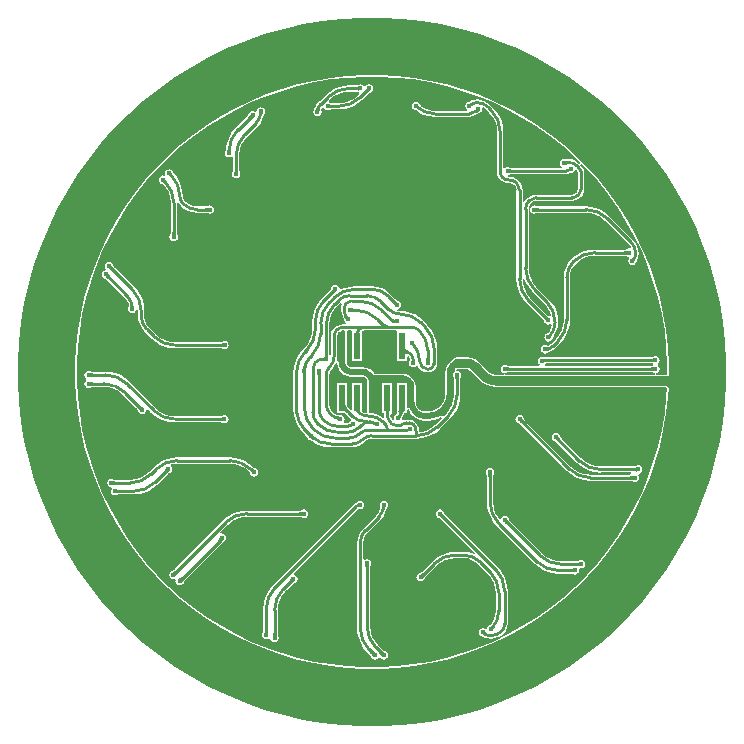
<source format=gbl>
G04*
G04 #@! TF.GenerationSoftware,Altium Limited,Altium Designer,18.1.6 (161)*
G04*
G04 Layer_Physical_Order=2*
G04 Layer_Color=16711680*
%FSLAX24Y24*%
%MOIN*%
G70*
G01*
G75*
%ADD83C,0.0100*%
%ADD86C,0.0177*%
%ADD87C,0.0300*%
%ADD88C,0.0394*%
%ADD89C,0.0197*%
%ADD90C,0.0300*%
%ADD91C,0.0200*%
%ADD92C,0.0100*%
%ADD93R,0.0236X0.0906*%
G36*
X331Y11811D02*
X993Y11774D01*
X1652Y11700D01*
X2305Y11589D01*
X2951Y11441D01*
X3588Y11258D01*
X4214Y11039D01*
X4826Y10785D01*
X5423Y10498D01*
X6003Y10177D01*
X6564Y9824D01*
X7105Y9441D01*
X7623Y9028D01*
X8117Y8586D01*
X8586Y8117D01*
X9028Y7623D01*
X9441Y7105D01*
X9824Y6564D01*
X10177Y6003D01*
X10498Y5423D01*
X10785Y4826D01*
X11039Y4214D01*
X11258Y3588D01*
X11441Y2951D01*
X11589Y2305D01*
X11700Y1652D01*
X11774Y993D01*
X11811Y331D01*
Y-0D01*
X11811Y-331D01*
X11774Y-993D01*
X11700Y-1652D01*
X11589Y-2305D01*
X11441Y-2951D01*
X11258Y-3588D01*
X11039Y-4214D01*
X10785Y-4826D01*
X10498Y-5423D01*
X10177Y-6003D01*
X9824Y-6564D01*
X9441Y-7105D01*
X9028Y-7623D01*
X8586Y-8117D01*
X8117Y-8586D01*
X7623Y-9028D01*
X7105Y-9441D01*
X6564Y-9824D01*
X6003Y-10177D01*
X5423Y-10498D01*
X4826Y-10785D01*
X4214Y-11039D01*
X3588Y-11258D01*
X2951Y-11441D01*
X2305Y-11589D01*
X1652Y-11700D01*
X993Y-11774D01*
X331Y-11811D01*
X-331D01*
X-993Y-11774D01*
X-1652Y-11700D01*
X-2305Y-11589D01*
X-2951Y-11441D01*
X-3588Y-11258D01*
X-4214Y-11039D01*
X-4826Y-10785D01*
X-5423Y-10498D01*
X-6003Y-10177D01*
X-6564Y-9824D01*
X-7105Y-9441D01*
X-7623Y-9028D01*
X-8117Y-8586D01*
X-8586Y-8117D01*
X-9028Y-7623D01*
X-9441Y-7105D01*
X-9824Y-6564D01*
X-10177Y-6003D01*
X-10498Y-5423D01*
X-10785Y-4826D01*
X-11039Y-4214D01*
X-11258Y-3588D01*
X-11441Y-2951D01*
X-11589Y-2305D01*
X-11700Y-1652D01*
X-11774Y-993D01*
X-11811Y-331D01*
Y0D01*
Y331D01*
X-11774Y993D01*
X-11700Y1652D01*
X-11589Y2305D01*
X-11441Y2951D01*
X-11258Y3588D01*
X-11039Y4214D01*
X-10785Y4826D01*
X-10498Y5423D01*
X-10177Y6003D01*
X-9824Y6564D01*
X-9441Y7105D01*
X-9028Y7623D01*
X-8586Y8117D01*
X-8117Y8586D01*
X-7623Y9028D01*
X-7105Y9441D01*
X-6564Y9824D01*
X-6003Y10177D01*
X-5423Y10498D01*
X-4826Y10785D01*
X-4214Y11039D01*
X-3588Y11258D01*
X-2951Y11441D01*
X-2305Y11589D01*
X-1652Y11700D01*
X-993Y11774D01*
X-331Y11811D01*
X0D01*
X331Y11811D01*
D02*
G37*
%LPC*%
G36*
X276Y9897D02*
X-276D01*
X-278Y9896D01*
X-279Y9897D01*
X-831Y9866D01*
X-832Y9865D01*
X-834Y9865D01*
X-1382Y9803D01*
X-1384Y9803D01*
X-1385Y9803D01*
X-1930Y9711D01*
X-1931Y9710D01*
X-1933Y9710D01*
X-2471Y9587D01*
X-2473Y9586D01*
X-2474Y9586D01*
X-3005Y9433D01*
X-3006Y9432D01*
X-3008Y9432D01*
X-3529Y9250D01*
X-3531Y9249D01*
X-3532D01*
X-4042Y9038D01*
X-4044Y9036D01*
X-4045Y9036D01*
X-4543Y8797D01*
X-4544Y8796D01*
X-4545Y8795D01*
X-5029Y8528D01*
X-5030Y8527D01*
X-5031Y8527D01*
X-5499Y8233D01*
X-5500Y8231D01*
X-5502Y8231D01*
X-5952Y7912D01*
X-5953Y7910D01*
X-5955Y7910D01*
X-6386Y7565D01*
X-6387Y7564D01*
X-6389Y7563D01*
X-6801Y7195D01*
X-6801Y7194D01*
X-6803Y7193D01*
X-7193Y6803D01*
X-7194Y6801D01*
X-7195Y6801D01*
X-7563Y6389D01*
X-7564Y6387D01*
X-7565Y6386D01*
X-7910Y5955D01*
X-7910Y5953D01*
X-7912Y5952D01*
X-8231Y5502D01*
X-8231Y5500D01*
X-8233Y5499D01*
X-8527Y5031D01*
X-8527Y5030D01*
X-8528Y5029D01*
X-8795Y4545D01*
X-8796Y4544D01*
X-8797Y4543D01*
X-9036Y4045D01*
X-9036Y4044D01*
X-9038Y4042D01*
X-9249Y3532D01*
Y3531D01*
X-9250Y3529D01*
X-9432Y3008D01*
X-9432Y3006D01*
X-9433Y3005D01*
X-9586Y2474D01*
X-9586Y2473D01*
X-9587Y2471D01*
X-9710Y1933D01*
X-9710Y1931D01*
X-9711Y1930D01*
X-9803Y1385D01*
X-9803Y1384D01*
X-9803Y1382D01*
X-9865Y834D01*
X-9865Y832D01*
X-9866Y831D01*
X-9897Y279D01*
X-9896Y278D01*
X-9897Y276D01*
Y0D01*
Y-276D01*
X-9896Y-278D01*
X-9897Y-279D01*
X-9866Y-831D01*
X-9865Y-832D01*
X-9865Y-834D01*
X-9803Y-1382D01*
X-9803Y-1384D01*
X-9803Y-1385D01*
X-9711Y-1930D01*
X-9710Y-1931D01*
X-9710Y-1933D01*
X-9587Y-2471D01*
X-9586Y-2473D01*
X-9586Y-2474D01*
X-9433Y-3005D01*
X-9432Y-3006D01*
X-9432Y-3008D01*
X-9250Y-3529D01*
X-9249Y-3531D01*
Y-3532D01*
X-9038Y-4042D01*
X-9036Y-4044D01*
X-9036Y-4045D01*
X-8797Y-4543D01*
X-8796Y-4544D01*
X-8795Y-4545D01*
X-8528Y-5029D01*
X-8527Y-5030D01*
X-8527Y-5031D01*
X-8233Y-5499D01*
X-8231Y-5500D01*
X-8231Y-5502D01*
X-7912Y-5952D01*
X-7910Y-5953D01*
X-7910Y-5955D01*
X-7565Y-6386D01*
X-7564Y-6387D01*
X-7563Y-6389D01*
X-7195Y-6801D01*
X-7194Y-6801D01*
X-7193Y-6803D01*
X-6803Y-7193D01*
X-6801Y-7194D01*
X-6801Y-7195D01*
X-6389Y-7563D01*
X-6387Y-7564D01*
X-6386Y-7565D01*
X-5955Y-7910D01*
X-5953Y-7910D01*
X-5952Y-7912D01*
X-5502Y-8231D01*
X-5500Y-8231D01*
X-5499Y-8233D01*
X-5031Y-8527D01*
X-5030Y-8527D01*
X-5029Y-8528D01*
X-4545Y-8795D01*
X-4544Y-8796D01*
X-4543Y-8797D01*
X-4045Y-9036D01*
X-4044Y-9036D01*
X-4042Y-9038D01*
X-3532Y-9249D01*
X-3531D01*
X-3529Y-9250D01*
X-3008Y-9432D01*
X-3006Y-9432D01*
X-3005Y-9433D01*
X-2474Y-9586D01*
X-2473Y-9586D01*
X-2471Y-9587D01*
X-1933Y-9710D01*
X-1931Y-9710D01*
X-1930Y-9711D01*
X-1385Y-9803D01*
X-1384Y-9803D01*
X-1382Y-9803D01*
X-834Y-9865D01*
X-832Y-9865D01*
X-831Y-9866D01*
X-279Y-9897D01*
X-278Y-9896D01*
X-276Y-9897D01*
X276D01*
X278Y-9896D01*
X279Y-9897D01*
X831Y-9866D01*
X832Y-9865D01*
X834Y-9865D01*
X1382Y-9803D01*
X1384Y-9803D01*
X1385Y-9803D01*
X1930Y-9711D01*
X1931Y-9710D01*
X1933Y-9710D01*
X2471Y-9587D01*
X2473Y-9586D01*
X2474Y-9586D01*
X3005Y-9433D01*
X3006Y-9432D01*
X3008Y-9432D01*
X3529Y-9250D01*
X3531Y-9249D01*
X3532D01*
X4042Y-9038D01*
X4044Y-9036D01*
X4045Y-9036D01*
X4543Y-8797D01*
X4544Y-8796D01*
X4545Y-8795D01*
X5029Y-8528D01*
X5030Y-8527D01*
X5031Y-8527D01*
X5499Y-8233D01*
X5500Y-8231D01*
X5502Y-8231D01*
X5952Y-7912D01*
X5953Y-7910D01*
X5955Y-7910D01*
X6386Y-7565D01*
X6387Y-7564D01*
X6389Y-7563D01*
X6801Y-7195D01*
X6801Y-7194D01*
X6803Y-7193D01*
X7193Y-6803D01*
X7194Y-6801D01*
X7195Y-6801D01*
X7563Y-6389D01*
X7564Y-6387D01*
X7565Y-6386D01*
X7910Y-5955D01*
X7910Y-5953D01*
X7912Y-5952D01*
X8231Y-5502D01*
X8231Y-5500D01*
X8233Y-5499D01*
X8527Y-5031D01*
X8527Y-5030D01*
X8528Y-5029D01*
X8795Y-4545D01*
X8796Y-4544D01*
X8797Y-4543D01*
X9036Y-4045D01*
X9036Y-4044D01*
X9038Y-4042D01*
X9249Y-3532D01*
Y-3531D01*
X9250Y-3529D01*
X9432Y-3008D01*
X9432Y-3006D01*
X9433Y-3005D01*
X9586Y-2474D01*
X9586Y-2473D01*
X9587Y-2471D01*
X9710Y-1933D01*
X9710Y-1931D01*
X9711Y-1930D01*
X9803Y-1385D01*
X9803Y-1384D01*
X9803Y-1382D01*
X9865Y-834D01*
X9865Y-832D01*
X9866Y-831D01*
X9882Y-539D01*
X9882Y-538D01*
X9882Y-537D01*
X9875Y-518D01*
X9868Y-499D01*
X9868Y-499D01*
X9867Y-498D01*
X9833Y-462D01*
X9832Y-462D01*
X9832Y-461D01*
X9813Y-453D01*
X9795Y-445D01*
X9794Y-445D01*
X9794Y-445D01*
X4135D01*
X4135Y-445D01*
X3991Y-431D01*
X3856Y-390D01*
X3732Y-323D01*
X3620Y-232D01*
X3620Y-232D01*
X3309Y80D01*
X3304Y82D01*
X3304Y82D01*
X3298Y91D01*
X3249Y123D01*
X3239Y125D01*
X3230Y131D01*
X3172Y143D01*
X3162Y141D01*
X3162Y141D01*
X3157Y143D01*
X2849D01*
X2830Y146D01*
X2822Y145D01*
X2813Y147D01*
X2802Y141D01*
X2790Y138D01*
X2785Y131D01*
X2777Y127D01*
X2766Y112D01*
X2763Y102D01*
X2756Y94D01*
X2757Y83D01*
X2754Y72D01*
X2760Y63D01*
X2761Y53D01*
X2777Y23D01*
X2732Y-6D01*
X2702Y-52D01*
X2691Y-106D01*
X2702Y-160D01*
X2715Y-180D01*
X2717Y-190D01*
X2719Y-193D01*
X2720Y-195D01*
X2721Y-198D01*
X2723Y-203D01*
X2724Y-210D01*
X2725Y-218D01*
X2728Y-255D01*
X2728Y-269D01*
X2730Y-274D01*
Y-714D01*
X2730Y-715D01*
X2730Y-764D01*
X2727Y-812D01*
X2714Y-939D01*
X2663Y-1108D01*
X2580Y-1263D01*
X2499Y-1362D01*
X2467Y-1399D01*
X2467Y-1399D01*
X2387Y-1479D01*
X2337Y-1475D01*
X2335Y-1472D01*
X2320Y-1463D01*
X2307Y-1452D01*
X2303Y-1453D01*
X2299Y-1450D01*
X2283Y-1455D01*
X2266Y-1456D01*
X2175Y-1505D01*
X2021Y-1551D01*
X1862Y-1567D01*
X1860Y-1566D01*
X1742D01*
X1739Y-1567D01*
X1616Y-1551D01*
X1500Y-1503D01*
X1402Y-1428D01*
X1316Y-1323D01*
X1264Y-1224D01*
X1252Y-1215D01*
X1244Y-1204D01*
X1237Y-1203D01*
X1231Y-1198D01*
X1217Y-1200D01*
X1203Y-1197D01*
X1166Y-1169D01*
Y-363D01*
X830D01*
Y-1307D01*
X827Y-1312D01*
X828Y-1315D01*
X827Y-1318D01*
X830Y-1325D01*
Y-1369D01*
X804Y-1408D01*
X764Y-1436D01*
X733Y-1481D01*
X723Y-1535D01*
X733Y-1590D01*
X735Y-1593D01*
X695Y-1622D01*
X683Y-1608D01*
X651Y-1567D01*
X613Y-1473D01*
X606Y-1420D01*
X605Y-1419D01*
X649Y-1369D01*
X666D01*
Y-363D01*
X330D01*
Y-1369D01*
X346D01*
X395Y-1372D01*
X406Y-1488D01*
X412Y-1506D01*
X368Y-1535D01*
X320Y-1496D01*
X188Y-1425D01*
X45Y-1382D01*
X-80Y-1370D01*
X-80Y-1369D01*
X-110Y-1337D01*
X-113Y-1333D01*
X-116Y-1319D01*
Y-393D01*
X-112Y-383D01*
X-104Y-365D01*
X-104Y-363D01*
X-104Y-363D01*
X-104Y-363D01*
X-103Y-315D01*
X-103Y-314D01*
X-103Y-313D01*
X-105Y-310D01*
X-104Y-306D01*
X-110Y-259D01*
X-111Y-257D01*
X-111Y-255D01*
X-113Y-241D01*
X-119Y-232D01*
X-122Y-222D01*
X-157Y-169D01*
X-165Y-163D01*
X-171Y-154D01*
X-224Y-119D01*
X-234Y-117D01*
X-243Y-111D01*
X-303Y-99D01*
X-311Y-101D01*
X-316Y-99D01*
X-689D01*
X-690Y-99D01*
X-796Y-85D01*
X-895Y-44D01*
X-981Y21D01*
X-1046Y107D01*
X-1088Y207D01*
X-1101Y304D01*
X-1108Y318D01*
X-1113Y332D01*
X-1118Y335D01*
X-1121Y340D01*
X-1136Y344D01*
X-1150Y351D01*
X-1178Y392D01*
X-1171Y413D01*
X-1159Y538D01*
X-1160D01*
Y1221D01*
X-1160Y1221D01*
X-1160D01*
X-1150Y1272D01*
X-1121Y1315D01*
X-1082Y1343D01*
X-1042Y1370D01*
X-953Y1388D01*
X-948Y1387D01*
X-935D01*
X-888Y1369D01*
Y397D01*
X-894Y383D01*
X-902Y364D01*
X-902Y313D01*
X-901Y309D01*
X-903Y299D01*
X-891Y241D01*
X-885Y232D01*
X-883Y222D01*
X-848Y169D01*
X-839Y163D01*
X-833Y154D01*
X-781Y119D01*
X-770Y117D01*
X-761Y111D01*
X-702Y99D01*
X-694Y101D01*
X-689Y99D01*
X-316D01*
X-315Y99D01*
X-209Y85D01*
X-109Y44D01*
X-24Y-21D01*
X13Y-70D01*
X24Y-76D01*
X31Y-85D01*
X72Y-107D01*
X87Y-108D01*
X101Y-113D01*
X150Y-109D01*
X153Y-107D01*
X156Y-108D01*
X163Y-107D01*
X1016D01*
X1017Y-107D01*
X1121Y-120D01*
X1218Y-161D01*
X1300Y-224D01*
X1355Y-295D01*
X1389Y-376D01*
X1400Y-464D01*
Y-948D01*
X1402Y-952D01*
X1400Y-960D01*
X1414Y-1065D01*
X1417Y-1071D01*
Y-1078D01*
X1460Y-1181D01*
X1465Y-1186D01*
X1467Y-1193D01*
X1531Y-1277D01*
X1535Y-1279D01*
X1537Y-1282D01*
X1542Y-1285D01*
X1544Y-1289D01*
X1548Y-1292D01*
X1548Y-1292D01*
X1552Y-1297D01*
X1622Y-1344D01*
X1633Y-1346D01*
X1642Y-1352D01*
X1725Y-1369D01*
X1735Y-1367D01*
X1738Y-1367D01*
X1742Y-1369D01*
X1745D01*
X1746Y-1369D01*
X1747Y-1369D01*
X1855D01*
X1858Y-1369D01*
X1867Y-1368D01*
X1876Y-1370D01*
X2016Y-1351D01*
X2022Y-1348D01*
X2029D01*
X2168Y-1290D01*
X2173Y-1285D01*
X2180Y-1283D01*
X2292Y-1197D01*
X2296Y-1191D01*
X2297Y-1191D01*
X2298Y-1189D01*
X2304Y-1185D01*
X2307Y-1181D01*
X2308Y-1180D01*
X2382Y-1091D01*
X2383Y-1085D01*
X2388Y-1082D01*
X2443Y-977D01*
X2444Y-972D01*
X2447Y-967D01*
X2482Y-854D01*
X2481Y-849D01*
X2484Y-844D01*
X2495Y-729D01*
X2494Y-724D01*
X2495Y-721D01*
Y-19D01*
X2494Y-18D01*
X2509Y99D01*
X2555Y208D01*
X2624Y299D01*
X2691Y350D01*
X2697Y353D01*
X2708Y364D01*
X2721Y373D01*
X2738Y398D01*
X2786Y430D01*
X2849Y442D01*
X3157D01*
X3157Y443D01*
X3290Y425D01*
X3414Y374D01*
X3520Y292D01*
X3521Y291D01*
X3521Y291D01*
X3831Y-19D01*
X3831Y-19D01*
X3832Y-20D01*
X3835Y-22D01*
X3838Y-24D01*
X3839Y-24D01*
X3843Y-32D01*
X3915Y-87D01*
X3922Y-89D01*
X3927Y-94D01*
X4016Y-131D01*
X4023D01*
X4029Y-135D01*
X4118Y-146D01*
X4127Y-144D01*
X4129Y-144D01*
X4132Y-145D01*
X4135D01*
X4136Y-146D01*
X4137Y-145D01*
X4413D01*
X4426Y-140D01*
X4438Y-145D01*
X9434D01*
X9446Y-140D01*
X9459Y-145D01*
X9843D01*
X9881Y-130D01*
X9897Y-91D01*
Y276D01*
X9896Y278D01*
X9897Y279D01*
X9866Y831D01*
X9865Y832D01*
X9865Y834D01*
X9803Y1382D01*
X9803Y1384D01*
X9803Y1385D01*
X9711Y1930D01*
X9710Y1931D01*
X9710Y1933D01*
X9587Y2471D01*
X9586Y2473D01*
X9586Y2474D01*
X9433Y3005D01*
X9432Y3006D01*
X9432Y3008D01*
X9250Y3529D01*
X9249Y3531D01*
Y3532D01*
X9038Y4042D01*
X9036Y4044D01*
X9036Y4045D01*
X8797Y4543D01*
X8796Y4544D01*
X8795Y4545D01*
X8528Y5029D01*
X8527Y5030D01*
X8527Y5031D01*
X8233Y5499D01*
X8231Y5500D01*
X8231Y5502D01*
X7912Y5952D01*
X7910Y5953D01*
X7910Y5955D01*
X7565Y6386D01*
X7564Y6387D01*
X7563Y6389D01*
X7195Y6801D01*
X7194Y6801D01*
X7193Y6803D01*
X7015Y6981D01*
X6997Y6988D01*
X6988Y6992D01*
X6984Y7001D01*
X6977Y7019D01*
X6803Y7193D01*
X6801Y7194D01*
X6801Y7195D01*
X6389Y7563D01*
X6387Y7564D01*
X6386Y7565D01*
X5955Y7910D01*
X5953Y7910D01*
X5952Y7912D01*
X5502Y8231D01*
X5500Y8231D01*
X5499Y8233D01*
X5031Y8527D01*
X5030Y8527D01*
X5029Y8528D01*
X4545Y8795D01*
X4544Y8796D01*
X4543Y8797D01*
X4045Y9036D01*
X4044Y9036D01*
X4042Y9038D01*
X3532Y9249D01*
X3531D01*
X3529Y9250D01*
X3008Y9432D01*
X3006Y9432D01*
X3005Y9433D01*
X2474Y9586D01*
X2473Y9586D01*
X2471Y9587D01*
X1933Y9710D01*
X1931Y9710D01*
X1930Y9711D01*
X1385Y9803D01*
X1384Y9803D01*
X1382Y9803D01*
X834Y9865D01*
X832Y9865D01*
X831Y9866D01*
X279Y9897D01*
X278Y9896D01*
X276Y9897D01*
D02*
G37*
%LPD*%
G36*
X3415Y8916D02*
X3401Y8911D01*
X3389Y8907D01*
X3378Y8901D01*
X3368Y8895D01*
X3359Y8889D01*
X3351Y8882D01*
X3345Y8874D01*
X3339Y8866D01*
X3335Y8858D01*
X3332Y8849D01*
X3256Y8960D01*
X3349Y8999D01*
X3415Y8916D01*
D02*
G37*
G36*
X1563Y8867D02*
X1566Y8859D01*
X1571Y8851D01*
X1576Y8843D01*
X1583Y8835D01*
X1591Y8826D01*
X1599Y8818D01*
X1609Y8809D01*
X1633Y8793D01*
X1564Y8718D01*
X1550Y8728D01*
X1488Y8765D01*
X1481Y8767D01*
X1476Y8769D01*
X1472Y8770D01*
X1561Y8875D01*
X1563Y8867D01*
D02*
G37*
G36*
X828Y9812D02*
X1376Y9750D01*
X1921Y9657D01*
X2459Y9534D01*
X2990Y9381D01*
X3511Y9199D01*
X4022Y8988D01*
X4519Y8748D01*
X5003Y8481D01*
X5470Y8187D01*
X5921Y7867D01*
X6353Y7523D01*
X6764Y7155D01*
X6939Y6981D01*
X6905Y6944D01*
X6905Y6944D01*
X6831Y7004D01*
X6725Y7061D01*
X6725Y7060D01*
X6715Y7062D01*
X6668Y7082D01*
X6552Y7097D01*
X6550Y7098D01*
X6455Y7097D01*
X6407Y7107D01*
X6353Y7096D01*
X6307Y7066D01*
X6276Y7020D01*
X6265Y6966D01*
X6276Y6912D01*
X6307Y6866D01*
X6334Y6848D01*
X6319Y6798D01*
X4690Y6798D01*
X4685Y6800D01*
X4657Y6801D01*
X4635Y6803D01*
X4626Y6804D01*
X4619Y6806D01*
X4614Y6807D01*
X4611Y6808D01*
X4609Y6809D01*
X4606Y6811D01*
X4596Y6813D01*
X4576Y6826D01*
X4522Y6837D01*
X4468Y6826D01*
X4422Y6796D01*
X4420Y6792D01*
X4370Y6807D01*
Y8012D01*
X4372D01*
X4358Y8185D01*
X4318Y8353D01*
X4251Y8513D01*
X4161Y8661D01*
X4048Y8792D01*
X4047Y8791D01*
X3937Y8902D01*
X3938Y8902D01*
X3845Y8979D01*
X3739Y9035D01*
X3624Y9070D01*
X3504Y9082D01*
Y9083D01*
X3383Y9067D01*
X3339Y9049D01*
X3328Y9049D01*
X3241Y9012D01*
X3192Y9003D01*
X3146Y8972D01*
X3116Y8926D01*
X3105Y8872D01*
X3116Y8818D01*
X3146Y8772D01*
X3168Y8758D01*
X3153Y8708D01*
X2134Y8708D01*
X2133Y8708D01*
X2084Y8708D01*
X2035Y8712D01*
X1935Y8722D01*
X1793Y8765D01*
X1670Y8830D01*
X1669Y8832D01*
X1666Y8834D01*
X1664Y8836D01*
X1643Y8852D01*
X1635Y8858D01*
X1629Y8864D01*
X1624Y8870D01*
X1620Y8875D01*
X1617Y8879D01*
X1615Y8882D01*
X1615Y8884D01*
X1613Y8889D01*
X1608Y8896D01*
X1605Y8912D01*
X1574Y8958D01*
X1528Y8989D01*
X1474Y9000D01*
X1420Y8989D01*
X1374Y8958D01*
X1344Y8912D01*
X1333Y8858D01*
X1344Y8804D01*
X1374Y8758D01*
X1420Y8728D01*
X1457Y8720D01*
X1460Y8717D01*
X1463Y8716D01*
X1464Y8716D01*
X1521Y8682D01*
X1534Y8673D01*
X1536Y8673D01*
X1547Y8664D01*
X1714Y8575D01*
X1895Y8520D01*
X2084Y8501D01*
Y8504D01*
X3196Y8504D01*
X3246Y8502D01*
Y8502D01*
X3348Y8516D01*
X3442Y8555D01*
X3486Y8588D01*
X3524Y8618D01*
X3524Y8618D01*
X3524Y8619D01*
X3573Y8628D01*
X3619Y8659D01*
X3650Y8705D01*
X3660Y8759D01*
X3654Y8791D01*
X3695Y8828D01*
X3709Y8823D01*
X3792Y8759D01*
X3793Y8758D01*
X3903Y8647D01*
X3907Y8645D01*
X4016Y8512D01*
X4099Y8356D01*
X4150Y8188D01*
X4163Y8061D01*
X4166Y8012D01*
X4166D01*
Y6641D01*
X4166D01*
X4176Y6562D01*
X4207Y6487D01*
X4256Y6423D01*
X4255Y6423D01*
X4346Y6353D01*
X4452Y6309D01*
X4566Y6294D01*
Y6294D01*
X4615Y6291D01*
X4673Y6279D01*
X4746Y6230D01*
X4748Y6227D01*
X4751Y6225D01*
X4798Y6155D01*
X4815Y6072D01*
X4814Y6068D01*
Y3095D01*
X4814Y3095D01*
X4813D01*
X4826Y2922D01*
X4867Y2754D01*
X4933Y2594D01*
X5023Y2446D01*
X5136Y2315D01*
X5137Y2316D01*
X5686Y1767D01*
X5688Y1762D01*
X5708Y1741D01*
X5722Y1724D01*
X5727Y1717D01*
X5731Y1711D01*
X5733Y1706D01*
X5735Y1703D01*
X5735Y1701D01*
X5736Y1698D01*
X5742Y1689D01*
X5747Y1666D01*
X5777Y1620D01*
X5823Y1589D01*
X5877Y1579D01*
X5931Y1589D01*
X5942Y1597D01*
X5989Y1568D01*
X5980Y1501D01*
X5922Y1361D01*
X5911Y1346D01*
X5909Y1345D01*
X5908Y1343D01*
X5906Y1340D01*
X5903Y1338D01*
X5896Y1327D01*
X5889Y1318D01*
X5883Y1311D01*
X5877Y1304D01*
X5872Y1299D01*
X5867Y1296D01*
X5863Y1293D01*
X5860Y1292D01*
X5858Y1291D01*
X5853Y1290D01*
X5845Y1284D01*
X5826Y1280D01*
X5781Y1250D01*
X5750Y1204D01*
X5739Y1150D01*
X5750Y1096D01*
X5781Y1050D01*
X5826Y1019D01*
X5880Y1008D01*
X5934Y1019D01*
X5980Y1050D01*
X6011Y1096D01*
X6017Y1127D01*
X6018Y1127D01*
X6057Y1194D01*
X6066Y1207D01*
X6067Y1210D01*
X6071Y1215D01*
X6144Y1351D01*
X6189Y1498D01*
X6199Y1604D01*
X6204Y1652D01*
X6204D01*
X6204Y1652D01*
X6200Y1700D01*
X6190Y1825D01*
X6149Y1994D01*
X6083Y2154D01*
X5993Y2301D01*
X5880Y2433D01*
X5879Y2432D01*
X5481Y2830D01*
X5481Y2830D01*
X5481Y2830D01*
X5449Y2868D01*
X5368Y2966D01*
X5285Y3121D01*
X5234Y3290D01*
X5217Y3461D01*
X5218Y3465D01*
Y5423D01*
X5218D01*
X5228Y5501D01*
X5259Y5574D01*
X5307Y5636D01*
D01*
X5342Y5663D01*
X5348Y5667D01*
X5381Y5689D01*
X5465Y5706D01*
X5468Y5705D01*
X6650D01*
Y5703D01*
X6764Y5718D01*
X6870Y5762D01*
X6961Y5832D01*
X6960Y5833D01*
X7017Y5907D01*
X7053Y5993D01*
X7065Y6085D01*
X7064D01*
X7064Y6690D01*
X7064Y6690D01*
X7056Y6729D01*
X7057Y6729D01*
X7000Y6835D01*
X6940Y6909D01*
X6940Y6909D01*
X6949Y6918D01*
X6977Y6943D01*
X7155Y6764D01*
X7523Y6353D01*
X7867Y5921D01*
X8187Y5470D01*
X8481Y5003D01*
X8748Y4519D01*
X8988Y4022D01*
X9199Y3511D01*
X9381Y2990D01*
X9534Y2459D01*
X9657Y1921D01*
X9750Y1376D01*
X9812Y828D01*
X9843Y276D01*
Y-91D01*
X9459D01*
X9454Y-41D01*
X9501Y-32D01*
X9546Y-1D01*
X9577Y44D01*
X9588Y98D01*
X9577Y152D01*
X9546Y198D01*
X9517Y218D01*
X9515Y221D01*
X9515Y271D01*
X9517Y274D01*
X9546Y294D01*
X9577Y340D01*
X9588Y394D01*
X9577Y448D01*
X9546Y494D01*
X9501Y524D01*
X9446Y535D01*
X9392Y524D01*
X9373Y511D01*
X9363Y509D01*
X9360Y507D01*
X9358Y506D01*
X9355Y505D01*
X9349Y503D01*
X9342Y502D01*
X9335Y501D01*
X9298Y498D01*
X9284Y498D01*
X9279Y496D01*
X5845D01*
X5839Y498D01*
X5794Y497D01*
X5744Y498D01*
D01*
X5711Y496D01*
X5669Y504D01*
X5615Y493D01*
X5569Y462D01*
X5538Y417D01*
X5528Y363D01*
X5538Y309D01*
X5569Y263D01*
X5587Y250D01*
X5572Y200D01*
X4594D01*
X4589Y203D01*
X4560Y203D01*
X4538Y205D01*
X4530Y207D01*
X4523Y208D01*
X4517Y210D01*
X4514Y211D01*
X4513Y212D01*
X4510Y214D01*
X4500Y216D01*
X4480Y229D01*
X4426Y240D01*
X4372Y229D01*
X4326Y198D01*
X4295Y152D01*
X4284Y98D01*
X4295Y44D01*
X4326Y-1D01*
X4372Y-32D01*
X4418Y-41D01*
X4413Y-91D01*
X4132D01*
X4126Y-93D01*
X4036Y-81D01*
X3948Y-44D01*
X3876Y11D01*
X3873Y16D01*
X3559Y330D01*
X3560Y330D01*
X3442Y421D01*
X3304Y478D01*
X3157Y497D01*
Y496D01*
X2843D01*
X2765Y481D01*
X2699Y437D01*
X2676Y403D01*
X2664Y397D01*
X2590Y340D01*
X2589Y341D01*
X2508Y236D01*
X2457Y113D01*
X2439Y-19D01*
X2441D01*
Y-721D01*
X2441Y-723D01*
X2430Y-838D01*
X2396Y-952D01*
X2340Y-1056D01*
X2266Y-1146D01*
X2264Y-1147D01*
X2259Y-1155D01*
X2147Y-1240D01*
X2009Y-1298D01*
X1869Y-1316D01*
X1860Y-1315D01*
X1742D01*
X1735Y-1316D01*
X1652Y-1299D01*
X1582Y-1252D01*
X1578Y-1247D01*
X1574Y-1244D01*
X1510Y-1160D01*
X1467Y-1058D01*
X1453Y-953D01*
X1454Y-948D01*
Y-463D01*
X1455D01*
X1442Y-362D01*
X1402Y-268D01*
X1340Y-187D01*
X1341Y-186D01*
X1246Y-113D01*
X1135Y-67D01*
X1016Y-52D01*
Y-53D01*
X157D01*
X146Y-55D01*
X97Y-59D01*
X56Y-37D01*
X15Y17D01*
X-82Y91D01*
X-195Y138D01*
X-316Y154D01*
Y153D01*
X-689D01*
X-692Y152D01*
X-751Y164D01*
X-803Y199D01*
X-838Y252D01*
X-850Y310D01*
X-848Y313D01*
X-848Y363D01*
X-834D01*
Y1369D01*
X-792Y1387D01*
X-713D01*
X-670Y1369D01*
Y363D01*
X-334D01*
Y1308D01*
X-331Y1314D01*
X-332Y1316D01*
X-331Y1318D01*
X-334Y1325D01*
Y1364D01*
X-317Y1376D01*
X-262Y1387D01*
Y1387D01*
X509Y1387D01*
X548Y1387D01*
X559Y1386D01*
Y1387D01*
X787D01*
X830Y1337D01*
Y363D01*
X1166D01*
Y496D01*
X1215Y520D01*
X1235Y503D01*
X1258Y472D01*
X1262Y465D01*
X1270Y426D01*
X1262Y379D01*
X1243Y351D01*
X1232Y297D01*
X1243Y243D01*
X1273Y197D01*
X1319Y166D01*
X1373Y156D01*
X1427Y166D01*
X1469Y194D01*
X1482Y198D01*
X1524Y193D01*
X1530Y179D01*
X1592Y98D01*
X1674Y35D01*
X1768Y-4D01*
X1870Y-17D01*
Y-16D01*
X1947Y-6D01*
X2018Y23D01*
X2080Y70D01*
X2127Y132D01*
X2156Y203D01*
X2166Y280D01*
X2166D01*
X2166Y280D01*
X2166Y739D01*
X2167Y789D01*
X2167D01*
X2154Y962D01*
X2113Y1130D01*
X2047Y1290D01*
X1957Y1437D01*
X1844Y1569D01*
X1843Y1568D01*
X1687Y1724D01*
X1688Y1725D01*
X1563Y1832D01*
X1422Y1918D01*
X1270Y1981D01*
X1110Y2019D01*
X946Y2032D01*
Y2032D01*
X897Y2036D01*
X842Y2044D01*
X834Y2054D01*
X853Y2109D01*
X878Y2114D01*
X924Y2144D01*
X955Y2190D01*
X966Y2244D01*
X955Y2298D01*
X924Y2344D01*
X878Y2375D01*
X855Y2379D01*
X847Y2385D01*
X843Y2386D01*
X842Y2386D01*
X838Y2388D01*
X833Y2390D01*
X827Y2394D01*
X821Y2399D01*
X793Y2423D01*
X783Y2433D01*
X778Y2435D01*
X639Y2574D01*
X605Y2611D01*
X605Y2611D01*
X475Y2718D01*
X326Y2797D01*
X165Y2846D01*
X-2Y2862D01*
Y2860D01*
X-570D01*
Y2862D01*
X-743Y2848D01*
X-911Y2808D01*
X-1034Y2757D01*
X-1035Y2757D01*
X-1088Y2789D01*
X-1092Y2812D01*
X-1123Y2858D01*
X-1169Y2889D01*
X-1223Y2900D01*
X-1277Y2889D01*
X-1323Y2858D01*
X-1353Y2812D01*
X-1358Y2789D01*
X-1364Y2781D01*
X-1364Y2777D01*
X-1365Y2775D01*
X-1366Y2772D01*
X-1369Y2767D01*
X-1373Y2761D01*
X-1377Y2755D01*
X-1401Y2727D01*
X-1411Y2717D01*
X-1413Y2712D01*
X-1671Y2454D01*
X-1671Y2454D01*
X-1672Y2455D01*
X-1785Y2323D01*
X-1875Y2176D01*
X-1942Y2016D01*
X-1982Y1847D01*
X-1996Y1675D01*
X-1994D01*
X-1994Y1477D01*
X-1994Y1427D01*
X-1998Y1378D01*
X-2010Y1251D01*
X-2061Y1083D01*
X-2144Y927D01*
X-2253Y794D01*
X-2257Y792D01*
X-2266Y783D01*
X-2302Y749D01*
X-2302Y749D01*
X-2415Y617D01*
X-2505Y469D01*
X-2571Y310D01*
X-2612Y141D01*
X-2625Y-31D01*
X-2625D01*
X-2624Y-81D01*
X-2624Y-1239D01*
X-2625D01*
X-2620Y-1310D01*
X-2621Y-1316D01*
X-2618Y-1330D01*
X-2612Y-1412D01*
X-2571Y-1580D01*
X-2505Y-1740D01*
X-2415Y-1888D01*
X-2302Y-2020D01*
X-2301Y-2019D01*
X-2240Y-2079D01*
X-2239Y-2084D01*
X-2219Y-2105D01*
X-2205Y-2122D01*
X-2200Y-2129D01*
X-2196Y-2135D01*
X-2193Y-2140D01*
X-2192Y-2143D01*
X-2191Y-2145D01*
X-2190Y-2148D01*
X-2185Y-2157D01*
X-2180Y-2180D01*
X-2149Y-2226D01*
X-2104Y-2257D01*
X-2068Y-2264D01*
X-2068Y-2264D01*
X-2064Y-2267D01*
X-2061Y-2268D01*
X-2060Y-2268D01*
X-2060Y-2268D01*
X-2058Y-2269D01*
X-2055Y-2271D01*
X-2004Y-2302D01*
X-1991Y-2311D01*
X-1987Y-2312D01*
X-1858Y-2391D01*
X-1707Y-2454D01*
X-1548Y-2492D01*
X-1384Y-2505D01*
Y-2504D01*
X-1384Y-2504D01*
X-678D01*
Y-2505D01*
X-553Y-2492D01*
X-433Y-2456D01*
X-322Y-2397D01*
X-225Y-2317D01*
Y-2317D01*
X-225Y-2316D01*
X-163Y-2269D01*
X-90Y-2239D01*
X-12Y-2228D01*
Y-2228D01*
X1470D01*
Y-2229D01*
X1643Y-2216D01*
X1811Y-2175D01*
X1971Y-2109D01*
X2119Y-2019D01*
X2232Y-1922D01*
X2250Y-1906D01*
X2269Y-1888D01*
X2268Y-1887D01*
X2612Y-1543D01*
X2613Y-1544D01*
X2725Y-1412D01*
X2815Y-1265D01*
X2882Y-1105D01*
X2922Y-936D01*
X2936Y-764D01*
X2934D01*
Y-274D01*
X2936Y-269D01*
X2937Y-241D01*
X2939Y-218D01*
X2941Y-210D01*
X2942Y-203D01*
X2944Y-198D01*
X2945Y-195D01*
X2946Y-193D01*
X2948Y-190D01*
X2950Y-180D01*
X2963Y-160D01*
X2974Y-106D01*
X2963Y-52D01*
X2932Y-6D01*
X2886Y24D01*
X2832Y35D01*
X2808Y79D01*
X2820Y93D01*
X2843Y89D01*
X3157D01*
X3162Y90D01*
X3219Y78D01*
X3268Y46D01*
X3271Y41D01*
X3584Y-272D01*
X3586Y-274D01*
X3702Y-369D01*
X3836Y-440D01*
X3981Y-484D01*
X4130Y-499D01*
X4132Y-499D01*
X9794D01*
X9828Y-536D01*
X9812Y-828D01*
X9750Y-1376D01*
X9657Y-1921D01*
X9534Y-2459D01*
X9381Y-2990D01*
X9199Y-3511D01*
X8988Y-4022D01*
X8748Y-4519D01*
X8481Y-5003D01*
X8187Y-5470D01*
X7867Y-5921D01*
X7523Y-6353D01*
X7155Y-6764D01*
X6764Y-7155D01*
X6353Y-7523D01*
X5921Y-7867D01*
X5470Y-8187D01*
X5003Y-8481D01*
X4519Y-8748D01*
X4022Y-8988D01*
X3511Y-9199D01*
X2990Y-9381D01*
X2459Y-9534D01*
X1921Y-9657D01*
X1376Y-9750D01*
X828Y-9812D01*
X276Y-9843D01*
X-276D01*
X-828Y-9812D01*
X-1376Y-9750D01*
X-1921Y-9657D01*
X-2459Y-9534D01*
X-2990Y-9381D01*
X-3511Y-9199D01*
X-4022Y-8988D01*
X-4519Y-8748D01*
X-5003Y-8481D01*
X-5470Y-8187D01*
X-5921Y-7867D01*
X-6353Y-7523D01*
X-6764Y-7155D01*
X-7155Y-6764D01*
X-7523Y-6353D01*
X-7867Y-5921D01*
X-8187Y-5470D01*
X-8481Y-5003D01*
X-8748Y-4519D01*
X-8988Y-4022D01*
X-9199Y-3511D01*
X-9381Y-2990D01*
X-9534Y-2459D01*
X-9657Y-1921D01*
X-9750Y-1376D01*
X-9812Y-828D01*
X-9843Y-276D01*
Y0D01*
Y276D01*
X-9812Y828D01*
X-9750Y1376D01*
X-9657Y1921D01*
X-9534Y2459D01*
X-9381Y2990D01*
X-9199Y3511D01*
X-8988Y4022D01*
X-8748Y4519D01*
X-8481Y5003D01*
X-8187Y5470D01*
X-7867Y5921D01*
X-7523Y6353D01*
X-7155Y6764D01*
X-6764Y7155D01*
X-6353Y7523D01*
X-5921Y7867D01*
X-5470Y8187D01*
X-5003Y8481D01*
X-4519Y8748D01*
X-4022Y8988D01*
X-3511Y9199D01*
X-2990Y9381D01*
X-2459Y9534D01*
X-1921Y9657D01*
X-1376Y9750D01*
X-828Y9812D01*
X-276Y9843D01*
X276D01*
X828Y9812D01*
D02*
G37*
G36*
X6579Y6942D02*
X6565Y6943D01*
X6552Y6943D01*
X6539Y6942D01*
X6528Y6941D01*
X6517Y6938D01*
X6507Y6935D01*
X6498Y6930D01*
X6490Y6925D01*
X6483Y6919D01*
X6477Y6912D01*
X6449Y7043D01*
X6550Y7043D01*
X6579Y6942D01*
D02*
G37*
G36*
X4582Y6762D02*
X4589Y6759D01*
X4597Y6756D01*
X4606Y6753D01*
X4616Y6751D01*
X4628Y6749D01*
X4654Y6747D01*
X4684Y6746D01*
Y6646D01*
X4668Y6646D01*
X4628Y6643D01*
X4616Y6641D01*
X4606Y6639D01*
X4597Y6636D01*
X4589Y6633D01*
X4582Y6629D01*
X4576Y6626D01*
Y6766D01*
X4582Y6762D01*
D02*
G37*
G36*
X6844Y6699D02*
X6860Y6662D01*
X6860Y6085D01*
X6860D01*
X6848Y6027D01*
X6815Y5978D01*
X6777Y5950D01*
X6740Y5925D01*
X6654Y5908D01*
X6650Y5909D01*
X5468D01*
Y5911D01*
X5357Y5896D01*
X5253Y5853D01*
X5198Y5811D01*
X5160Y5782D01*
X5160Y5782D01*
X5160Y5782D01*
X5080Y5677D01*
X5068Y5649D01*
X5018Y5659D01*
Y6068D01*
X5018Y6068D01*
X5020D01*
X5005Y6180D01*
X4962Y6283D01*
X4894Y6373D01*
X4894Y6373D01*
X4803Y6442D01*
X4697Y6486D01*
X4583Y6501D01*
Y6501D01*
X4534Y6504D01*
X4521Y6507D01*
X4522Y6554D01*
X4576Y6565D01*
X4596Y6579D01*
X4606Y6580D01*
X4609Y6582D01*
X4611Y6583D01*
X4614Y6585D01*
X4619Y6586D01*
X4626Y6588D01*
X4634Y6589D01*
X4671Y6592D01*
X4685Y6592D01*
X4690Y6594D01*
X6418Y6594D01*
X6468Y6593D01*
Y6593D01*
X6548Y6604D01*
X6589Y6621D01*
X6615Y6616D01*
X6669Y6626D01*
X6715Y6657D01*
X6746Y6703D01*
X6753Y6736D01*
X6805Y6750D01*
X6844Y6699D01*
D02*
G37*
G36*
X-1211Y2670D02*
X-1218Y2669D01*
X-1226Y2667D01*
X-1233Y2663D01*
X-1242Y2659D01*
X-1250Y2653D01*
X-1260Y2646D01*
X-1280Y2629D01*
X-1302Y2609D01*
X-1373Y2679D01*
X-1362Y2691D01*
X-1335Y2721D01*
X-1328Y2731D01*
X-1323Y2739D01*
X-1318Y2748D01*
X-1314Y2756D01*
X-1312Y2763D01*
X-1311Y2770D01*
X-1211Y2670D01*
D02*
G37*
G36*
X757Y2383D02*
X788Y2356D01*
X797Y2350D01*
X806Y2344D01*
X814Y2339D01*
X822Y2336D01*
X829Y2333D01*
X836Y2332D01*
X737Y2233D01*
X735Y2239D01*
X733Y2247D01*
X729Y2255D01*
X725Y2263D01*
X719Y2272D01*
X712Y2281D01*
X696Y2301D01*
X675Y2323D01*
X745Y2394D01*
X757Y2383D01*
D02*
G37*
G36*
X-666Y2129D02*
X-659Y2125D01*
X-651Y2122D01*
X-642Y2120D01*
X-632Y2117D01*
X-621Y2116D01*
X-595Y2113D01*
X-564Y2112D01*
Y2012D01*
X-580Y2012D01*
X-621Y2009D01*
X-632Y2007D01*
X-642Y2005D01*
X-651Y2003D01*
X-659Y1999D01*
X-666Y1996D01*
X-672Y1992D01*
Y2133D01*
X-666Y2129D01*
D02*
G37*
G36*
X5085Y3081D02*
X5133Y2964D01*
X5223Y2817D01*
X5336Y2685D01*
X5337Y2686D01*
X5735Y2288D01*
X5739Y2285D01*
X5848Y2152D01*
X5931Y1997D01*
X5964Y1889D01*
X5948Y1871D01*
X5923Y1852D01*
X5908Y1855D01*
X5899Y1861D01*
X5896Y1861D01*
X5894Y1862D01*
X5891Y1863D01*
X5886Y1866D01*
X5880Y1870D01*
X5874Y1875D01*
X5846Y1898D01*
X5836Y1908D01*
X5831Y1910D01*
X5281Y2460D01*
X5277Y2462D01*
X5168Y2595D01*
X5085Y2751D01*
X5034Y2920D01*
X5022Y3046D01*
X5018Y3095D01*
X5023Y3099D01*
X5085Y3081D01*
D02*
G37*
G36*
X-849Y1923D02*
X-844Y1911D01*
X-838Y1900D01*
X-831Y1890D01*
X-824Y1881D01*
X-817Y1874D01*
X-809Y1867D01*
X-801Y1862D01*
X-793Y1858D01*
X-784Y1855D01*
X-894Y1777D01*
X-895Y1778D01*
X-896Y1781D01*
X-935Y1870D01*
X-855Y1936D01*
X-849Y1923D01*
D02*
G37*
G36*
X5809Y1859D02*
X5840Y1832D01*
X5849Y1825D01*
X5858Y1820D01*
X5867Y1815D01*
X5874Y1812D01*
X5882Y1809D01*
X5888Y1808D01*
X5789Y1708D01*
X5788Y1715D01*
X5785Y1723D01*
X5782Y1730D01*
X5777Y1739D01*
X5772Y1747D01*
X5765Y1757D01*
X5748Y1777D01*
X5727Y1799D01*
X5798Y1870D01*
X5809Y1859D01*
D02*
G37*
G36*
X-1000Y2266D02*
X-1019Y2221D01*
X-1030Y2142D01*
X-1030D01*
X-1029Y2142D01*
X-1029Y2061D01*
X-1031Y2061D01*
X-1014Y1928D01*
X-985Y1859D01*
X-985Y1848D01*
X-946Y1760D01*
X-945Y1759D01*
X-937Y1715D01*
X-906Y1670D01*
X-863Y1641D01*
X-862Y1637D01*
X-887Y1591D01*
X-948D01*
Y1593D01*
X-1065Y1578D01*
X-1173Y1533D01*
X-1267Y1461D01*
X-1266Y1460D01*
X-1320Y1390D01*
X-1354Y1309D01*
X-1365Y1221D01*
X-1364Y1221D01*
X-1364Y1221D01*
Y571D01*
X-1412Y549D01*
X-1423Y556D01*
X-1425Y575D01*
X-1425Y589D01*
X-1427Y594D01*
X-1427Y1513D01*
X-1427Y1514D01*
X-1427Y1563D01*
X-1423Y1612D01*
X-1411Y1739D01*
X-1360Y1907D01*
X-1277Y2063D01*
X-1196Y2161D01*
X-1164Y2198D01*
X-1129Y2233D01*
X-1053Y2309D01*
X-1036Y2312D01*
X-1000Y2266D01*
D02*
G37*
G36*
X-400Y1382D02*
X-406Y1370D01*
X-411Y1359D01*
X-413Y1349D01*
X-414Y1341D01*
X-414Y1334D01*
X-411Y1328D01*
X-407Y1323D01*
X-402Y1320D01*
X-394Y1318D01*
X-385Y1318D01*
X-606Y1317D01*
X-596Y1317D01*
X-586Y1320D01*
X-576Y1325D01*
X-566Y1331D01*
X-556Y1340D01*
X-546Y1350D01*
X-536Y1362D01*
X-526Y1376D01*
X-516Y1392D01*
X-506Y1409D01*
X-400Y1382D01*
D02*
G37*
G36*
X6022Y1238D02*
X6012Y1223D01*
X5971Y1155D01*
X5970Y1150D01*
X5969Y1146D01*
X5865Y1237D01*
X5874Y1239D01*
X5882Y1242D01*
X5890Y1246D01*
X5899Y1252D01*
X5907Y1258D01*
X5915Y1266D01*
X5923Y1275D01*
X5932Y1285D01*
X5940Y1296D01*
X5948Y1308D01*
X6022Y1238D01*
D02*
G37*
G36*
X1429Y954D02*
X1431Y949D01*
X1433Y943D01*
X1437Y935D01*
X1447Y917D01*
X1470Y880D01*
X1480Y866D01*
X1405Y798D01*
X1396Y810D01*
X1380Y831D01*
X1372Y840D01*
X1363Y848D01*
X1355Y854D01*
X1347Y860D01*
X1339Y864D01*
X1331Y868D01*
X1323Y870D01*
X1428Y959D01*
X1429Y954D01*
D02*
G37*
G36*
X1114Y790D02*
X1117Y780D01*
X1122Y771D01*
X1129Y761D01*
X1137Y752D01*
X1148Y743D01*
X1160Y735D01*
X1174Y726D01*
X1190Y718D01*
X1208Y710D01*
X1205Y597D01*
X1187Y604D01*
X1172Y609D01*
X1158Y612D01*
X1146Y613D01*
X1136Y613D01*
X1128Y611D01*
X1122Y607D01*
X1117Y601D01*
X1114Y594D01*
X1113Y584D01*
Y800D01*
X1114Y790D01*
D02*
G37*
G36*
X-1479Y573D02*
X-1476Y532D01*
X-1474Y521D01*
X-1472Y511D01*
X-1469Y501D01*
X-1466Y494D01*
X-1463Y487D01*
X-1459Y481D01*
X-1599D01*
X-1595Y487D01*
X-1592Y494D01*
X-1589Y501D01*
X-1586Y511D01*
X-1584Y521D01*
X-1582Y532D01*
X-1580Y558D01*
X-1579Y588D01*
X-1479D01*
X-1479Y573D01*
D02*
G37*
G36*
X1901Y443D02*
X1904Y402D01*
X1906Y391D01*
X1908Y381D01*
X1910Y372D01*
X1913Y364D01*
X1917Y357D01*
X1921Y351D01*
X1780D01*
X1784Y357D01*
X1788Y364D01*
X1791Y372D01*
X1793Y381D01*
X1795Y391D01*
X1797Y402D01*
X1800Y428D01*
X1800Y459D01*
X1900D01*
X1901Y443D01*
D02*
G37*
G36*
X9392Y323D02*
X9387Y327D01*
X9380Y331D01*
X9372Y334D01*
X9363Y336D01*
X9352Y339D01*
X9341Y340D01*
X9315Y343D01*
X9285Y344D01*
Y444D01*
X9301Y444D01*
X9341Y447D01*
X9352Y449D01*
X9363Y451D01*
X9372Y454D01*
X9380Y457D01*
X9387Y460D01*
X9392Y464D01*
Y323D01*
D02*
G37*
G36*
X5844Y344D02*
X5828Y343D01*
X5800Y341D01*
X5789Y339D01*
X5778Y336D01*
X5768Y333D01*
X5760Y330D01*
X5753Y325D01*
X5748Y320D01*
X5744Y315D01*
X5709Y441D01*
X5840Y444D01*
X5844Y344D01*
D02*
G37*
G36*
X9283Y290D02*
X9312Y289D01*
X9334Y287D01*
X9342Y285D01*
X9349Y284D01*
X9355Y282D01*
X9358Y281D01*
X9360Y280D01*
X9363Y278D01*
X9373Y276D01*
X9376Y274D01*
X9378Y271D01*
X9378Y221D01*
X9376Y218D01*
X9373Y216D01*
X9363Y214D01*
X9360Y212D01*
X9358Y211D01*
X9355Y210D01*
X9349Y208D01*
X9342Y207D01*
X9335Y205D01*
X9298Y203D01*
X9284Y203D01*
X9279Y200D01*
X5766D01*
X5750Y250D01*
X5769Y263D01*
X5778Y277D01*
X5782Y279D01*
X5784Y280D01*
X5785Y281D01*
X5786Y281D01*
X5787Y282D01*
X5788Y283D01*
X5793Y284D01*
X5799Y286D01*
X5807Y287D01*
X5831Y289D01*
X5845Y290D01*
X5845Y290D01*
X5846Y290D01*
X5851Y292D01*
X9279D01*
X9283Y290D01*
D02*
G37*
G36*
X-2188Y187D02*
X-2191Y172D01*
X-2196Y146D01*
X-2196Y134D01*
X-2197Y123D01*
X-2196Y112D01*
X-2194Y103D01*
X-2192Y94D01*
X-2188Y85D01*
X-2184Y78D01*
X-2321Y92D01*
X-2319Y95D01*
X-2316Y100D01*
X-2314Y106D01*
X-2311Y113D01*
X-2301Y146D01*
X-2289Y193D01*
X-2188Y187D01*
D02*
G37*
G36*
X9392Y28D02*
X9387Y32D01*
X9380Y36D01*
X9372Y39D01*
X9363Y41D01*
X9352Y43D01*
X9341Y45D01*
X9315Y48D01*
X9285Y48D01*
X9285Y148D01*
X9301Y149D01*
X9341Y152D01*
X9352Y153D01*
X9363Y156D01*
X9372Y158D01*
X9380Y161D01*
X9387Y165D01*
X9392Y169D01*
Y28D01*
D02*
G37*
G36*
X4485Y165D02*
X4492Y161D01*
X4500Y158D01*
X4509Y156D01*
X4520Y153D01*
X4531Y152D01*
X4557Y149D01*
X4587Y148D01*
Y48D01*
X4572Y48D01*
X4531Y45D01*
X4520Y43D01*
X4509Y41D01*
X4500Y39D01*
X4492Y36D01*
X4485Y32D01*
X4480Y28D01*
Y169D01*
X4485Y165D01*
D02*
G37*
G36*
X9283Y-6D02*
X9312Y-6D01*
X9334Y-9D01*
X9342Y-10D01*
X9349Y-11D01*
X9355Y-13D01*
X9358Y-14D01*
X9360Y-15D01*
X9363Y-17D01*
X9373Y-19D01*
X9392Y-32D01*
X9439Y-41D01*
X9434Y-91D01*
X4438D01*
X4433Y-41D01*
X4480Y-32D01*
X4500Y-19D01*
X4510Y-17D01*
X4513Y-15D01*
X4514Y-14D01*
X4517Y-13D01*
X4523Y-11D01*
X4530Y-10D01*
X4537Y-9D01*
X4574Y-6D01*
X4588Y-6D01*
X4593Y-4D01*
X9279D01*
X9283Y-6D01*
D02*
G37*
G36*
X-2192Y-30D02*
X-2195Y-37D01*
X-2198Y-45D01*
X-2201Y-54D01*
X-2203Y-64D01*
X-2205Y-76D01*
X-2207Y-102D01*
X-2208Y-132D01*
X-2308D01*
X-2308Y-116D01*
X-2312Y-76D01*
X-2313Y-64D01*
X-2316Y-54D01*
X-2318Y-45D01*
X-2321Y-37D01*
X-2325Y-30D01*
X-2328Y-24D01*
X-2188D01*
X-2192Y-30D01*
D02*
G37*
G36*
X-1699Y-42D02*
X-1702Y-49D01*
X-1705Y-57D01*
X-1708Y-66D01*
X-1710Y-76D01*
X-1712Y-88D01*
X-1714Y-114D01*
X-1715Y-144D01*
X-1815D01*
X-1815Y-128D01*
X-1818Y-88D01*
X-1820Y-76D01*
X-1822Y-66D01*
X-1825Y-57D01*
X-1828Y-49D01*
X-1831Y-42D01*
X-1835Y-36D01*
X-1695D01*
X-1699Y-42D01*
D02*
G37*
G36*
X2899Y-166D02*
X2895Y-173D01*
X2892Y-181D01*
X2890Y-190D01*
X2887Y-200D01*
X2886Y-212D01*
X2883Y-238D01*
X2882Y-268D01*
X2782D01*
X2782Y-252D01*
X2779Y-212D01*
X2777Y-200D01*
X2775Y-190D01*
X2772Y-181D01*
X2769Y-173D01*
X2766Y-166D01*
X2762Y-160D01*
X2903D01*
X2899Y-166D01*
D02*
G37*
G36*
X-1154Y297D02*
X-1140Y192D01*
X-1094Y80D01*
X-1019Y-17D01*
X-923Y-91D01*
X-810Y-138D01*
X-689Y-154D01*
Y-153D01*
X-316D01*
X-316Y-153D01*
X-313Y-152D01*
X-254Y-164D01*
X-202Y-199D01*
X-167Y-252D01*
X-164Y-266D01*
X-157Y-313D01*
D01*
X-158Y-362D01*
X-158Y-363D01*
X-170D01*
Y-1327D01*
X-208Y-1360D01*
X-234Y-1356D01*
X-325Y-1319D01*
X-334Y-1312D01*
Y-363D01*
X-670D01*
Y-1261D01*
X-717Y-1280D01*
X-738Y-1259D01*
X-742Y-1256D01*
X-812Y-1165D01*
X-819Y-1153D01*
X-825Y-1141D01*
X-830Y-1130D01*
X-833Y-1121D01*
X-834Y-1113D01*
X-834Y-1111D01*
Y-1102D01*
X-834Y-1101D01*
X-832Y-1093D01*
X-834Y-1083D01*
Y-363D01*
X-1170D01*
Y-1369D01*
X-1015D01*
X-966Y-1370D01*
X-966Y-1370D01*
X-964Y-1370D01*
X-953Y-1370D01*
X-924Y-1377D01*
X-902Y-1385D01*
X-886Y-1401D01*
X-883Y-1404D01*
X-847Y-1438D01*
X-756Y-1529D01*
X-757Y-1530D01*
X-714Y-1566D01*
X-717Y-1628D01*
X-731Y-1637D01*
X-761Y-1683D01*
X-765Y-1700D01*
X-809Y-1709D01*
Y-1709D01*
X-809Y-1709D01*
X-923D01*
X-925Y-1707D01*
X-945Y-1659D01*
X-925Y-1629D01*
X-914Y-1575D01*
X-925Y-1521D01*
X-956Y-1475D01*
X-1002Y-1444D01*
X-1046Y-1435D01*
X-1056Y-1434D01*
X-1095Y-1433D01*
X-1095Y-1433D01*
X-1162Y-1424D01*
X-1172Y-1422D01*
X-1188Y-1416D01*
X-1246Y-1393D01*
X-1308Y-1345D01*
D01*
X-1337Y-1309D01*
X-1341Y-1304D01*
X-1374Y-1260D01*
X-1414Y-1165D01*
X-1421Y-1111D01*
X-1427Y-1063D01*
X-1427Y-1013D01*
X-1427Y-1013D01*
Y-106D01*
X-1426D01*
X-1417Y-36D01*
X-1390Y29D01*
X-1376Y47D01*
X-1347Y85D01*
X-1346Y85D01*
X-1316Y122D01*
X-1267Y182D01*
X-1208Y292D01*
X-1205Y301D01*
X-1154Y297D01*
D02*
G37*
G36*
X-888Y-1094D02*
X-889Y-1107D01*
X-888Y-1120D01*
X-885Y-1134D01*
X-881Y-1149D01*
X-875Y-1164D01*
X-867Y-1179D01*
X-857Y-1195D01*
X-846Y-1211D01*
X-833Y-1228D01*
X-845Y-1366D01*
X-862Y-1346D01*
X-892Y-1316D01*
X-905Y-1306D01*
X-916Y-1299D01*
X-926Y-1296D01*
X-935Y-1296D01*
X-942Y-1300D01*
X-947Y-1307D01*
X-951Y-1318D01*
X-885Y-1082D01*
X-888Y-1094D01*
D02*
G37*
G36*
X1081Y-1318D02*
X1072Y-1320D01*
X1062Y-1325D01*
X1053Y-1332D01*
X1045Y-1341D01*
X1036Y-1351D01*
X1028Y-1364D01*
X1021Y-1378D01*
X1013Y-1395D01*
X1006Y-1413D01*
X966Y-1412D01*
X995Y-1437D01*
X952Y-1530D01*
X843Y-1449D01*
X852Y-1447D01*
X860Y-1443D01*
X868Y-1438D01*
X876Y-1432D01*
X883Y-1424D01*
X890Y-1416D01*
X897Y-1406D01*
X898Y-1404D01*
X902Y-1393D01*
X906Y-1377D01*
X909Y-1363D01*
X910Y-1351D01*
X909Y-1341D01*
X907Y-1332D01*
X903Y-1326D01*
X897Y-1321D01*
X890Y-1319D01*
X881Y-1318D01*
X1091Y-1317D01*
X1081Y-1318D01*
D02*
G37*
G36*
X-1187Y-1474D02*
X-1127Y-1489D01*
X-1115Y-1491D01*
X-1105Y-1492D01*
X-1096Y-1492D01*
X-1089Y-1492D01*
X-1083Y-1490D01*
X-1136Y-1613D01*
X-1139Y-1608D01*
X-1143Y-1604D01*
X-1149Y-1599D01*
X-1156Y-1595D01*
X-1165Y-1590D01*
X-1175Y-1585D01*
X-1200Y-1575D01*
X-1231Y-1565D01*
X-1205Y-1468D01*
X-1187Y-1474D01*
D02*
G37*
G36*
X-661Y-1820D02*
X-717Y-1847D01*
X-780Y-1759D01*
X-769Y-1757D01*
X-741Y-1751D01*
X-735Y-1749D01*
X-729Y-1747D01*
X-725Y-1744D01*
X-722Y-1742D01*
X-720Y-1739D01*
X-719Y-1736D01*
X-661Y-1820D01*
D02*
G37*
G36*
X1271Y-1353D02*
X1362Y-1464D01*
X1361Y-1464D01*
X1472Y-1550D01*
X1602Y-1604D01*
X1742Y-1622D01*
Y-1620D01*
X1860D01*
Y-1622D01*
X2032Y-1605D01*
X2196Y-1555D01*
X2291Y-1504D01*
X2322Y-1545D01*
X2158Y-1708D01*
X2123Y-1743D01*
X2123Y-1743D01*
X2123Y-1743D01*
X2123Y-1743D01*
X2107Y-1759D01*
X2105Y-1761D01*
X2103Y-1765D01*
X1970Y-1874D01*
X1814Y-1957D01*
X1646Y-2008D01*
X1611Y-2011D01*
X1574Y-1980D01*
X1559Y-1864D01*
X1514Y-1756D01*
X1443Y-1664D01*
X1444Y-1663D01*
X1361Y-1607D01*
X1263Y-1588D01*
Y-1591D01*
X1139D01*
Y-1591D01*
X1070Y-1600D01*
X1037Y-1613D01*
X1026Y-1607D01*
X997Y-1576D01*
X1002Y-1551D01*
X1044Y-1459D01*
X1045Y-1451D01*
X1049Y-1440D01*
X1057Y-1432D01*
X1063Y-1415D01*
X1069Y-1402D01*
X1075Y-1391D01*
X1080Y-1383D01*
X1085Y-1377D01*
X1089Y-1373D01*
X1091Y-1371D01*
X1092Y-1371D01*
X1097Y-1370D01*
X1099Y-1369D01*
X1166D01*
Y-1262D01*
X1216Y-1250D01*
X1271Y-1353D01*
D02*
G37*
G36*
X-2117Y-1987D02*
X-2086Y-2014D01*
X-2077Y-2021D01*
X-2068Y-2026D01*
X-2060Y-2031D01*
X-2052Y-2034D01*
X-2045Y-2037D01*
X-2038Y-2038D01*
X-2137Y-2137D01*
X-2139Y-2131D01*
X-2141Y-2123D01*
X-2145Y-2115D01*
X-2149Y-2107D01*
X-2155Y-2098D01*
X-2162Y-2089D01*
X-2178Y-2069D01*
X-2199Y-2047D01*
X-2129Y-1976D01*
X-2117Y-1987D01*
D02*
G37*
G36*
X-1961Y-2117D02*
X-1957Y-2125D01*
X-1953Y-2134D01*
X-1948Y-2142D01*
X-1941Y-2150D01*
X-1933Y-2158D01*
X-1925Y-2167D01*
X-1915Y-2176D01*
X-1892Y-2193D01*
X-1960Y-2267D01*
X-1974Y-2257D01*
X-2028Y-2223D01*
X-2036Y-2220D01*
X-2043Y-2217D01*
X-2048Y-2215D01*
X-2053Y-2215D01*
X-1963Y-2109D01*
X-1961Y-2117D01*
D02*
G37*
%LPC*%
G36*
X-101Y9590D02*
X-155Y9579D01*
X-201Y9549D01*
X-221Y9519D01*
X-224Y9518D01*
X-273Y9518D01*
X-276Y9519D01*
X-296Y9549D01*
X-342Y9579D01*
X-396Y9590D01*
X-450Y9579D01*
X-470Y9566D01*
X-480Y9564D01*
X-483Y9562D01*
X-484Y9561D01*
X-488Y9560D01*
X-493Y9559D01*
X-500Y9557D01*
X-508Y9556D01*
X-544Y9553D01*
X-558Y9553D01*
X-563Y9551D01*
X-769D01*
Y9552D01*
X-942Y9539D01*
X-1110Y9498D01*
X-1270Y9432D01*
X-1418Y9341D01*
X-1549Y9229D01*
X-1548Y9228D01*
X-1548Y9228D01*
X-1751Y9026D01*
X-1788Y8992D01*
X-1788Y8992D01*
X-1861Y8896D01*
X-1878Y8854D01*
X-1886Y8847D01*
X-1922Y8760D01*
X-1950Y8718D01*
X-1961Y8664D01*
X-1950Y8610D01*
X-1919Y8564D01*
X-1873Y8533D01*
X-1819Y8522D01*
X-1765Y8533D01*
X-1720Y8564D01*
X-1689Y8610D01*
X-1678Y8664D01*
X-1689Y8718D01*
X-1693Y8725D01*
X-1694Y8731D01*
X-1696Y8737D01*
X-1697Y8739D01*
X-1698Y8741D01*
X-1698Y8745D01*
X-1698Y8749D01*
X-1697Y8755D01*
X-1695Y8761D01*
X-1692Y8769D01*
X-1688Y8778D01*
X-1683Y8788D01*
X-1663Y8818D01*
X-1610Y8807D01*
X-1609Y8804D01*
X-1579Y8758D01*
X-1533Y8728D01*
X-1479Y8717D01*
X-1425Y8728D01*
X-1405Y8741D01*
X-1395Y8743D01*
X-1392Y8745D01*
X-1390Y8746D01*
X-1387Y8747D01*
X-1382Y8748D01*
X-1375Y8750D01*
X-1367Y8751D01*
X-1330Y8754D01*
X-1316Y8754D01*
X-1311Y8756D01*
X-1106Y8756D01*
Y8755D01*
X-933Y8768D01*
X-765Y8809D01*
X-605Y8875D01*
X-457Y8966D01*
X-325Y9078D01*
X-326Y9079D01*
X-326Y9079D01*
X-147Y9258D01*
X-143Y9260D01*
X-122Y9280D01*
X-104Y9294D01*
X-98Y9299D01*
X-92Y9303D01*
X-87Y9305D01*
X-84Y9307D01*
X-82Y9307D01*
X-79Y9308D01*
X-70Y9314D01*
X-47Y9318D01*
X-1Y9349D01*
X30Y9395D01*
X41Y9449D01*
X30Y9503D01*
X-1Y9549D01*
X-47Y9579D01*
X-101Y9590D01*
D02*
G37*
G36*
X-3706Y8825D02*
X-3760Y8814D01*
X-3806Y8784D01*
X-3836Y8738D01*
X-3843Y8703D01*
X-3846Y8700D01*
X-3891Y8681D01*
X-3895Y8681D01*
X-3924Y8701D01*
X-3979Y8712D01*
X-4033Y8701D01*
X-4078Y8671D01*
X-4109Y8625D01*
X-4114Y8601D01*
X-4119Y8593D01*
X-4120Y8589D01*
X-4121Y8588D01*
X-4122Y8584D01*
X-4125Y8580D01*
X-4129Y8574D01*
X-4133Y8567D01*
X-4157Y8540D01*
X-4167Y8529D01*
X-4169Y8524D01*
X-4547Y8147D01*
X-4548Y8148D01*
X-4660Y8016D01*
X-4751Y7868D01*
X-4817Y7708D01*
X-4858Y7540D01*
X-4863Y7473D01*
X-4868Y7465D01*
X-4871Y7433D01*
X-4874Y7410D01*
X-4878Y7392D01*
X-4879Y7388D01*
X-4880Y7385D01*
X-4881Y7384D01*
X-4881Y7383D01*
X-4882Y7381D01*
X-4882Y7378D01*
X-4883Y7374D01*
X-4898Y7351D01*
X-4909Y7297D01*
X-4898Y7243D01*
X-4868Y7197D01*
X-4822Y7167D01*
X-4768Y7156D01*
X-4714Y7167D01*
X-4682Y7188D01*
X-4636Y7170D01*
X-4632Y7166D01*
X-4632Y6762D01*
X-4634Y6758D01*
X-4635Y6729D01*
X-4637Y6707D01*
X-4638Y6699D01*
X-4640Y6692D01*
X-4641Y6686D01*
X-4642Y6683D01*
X-4643Y6681D01*
X-4645Y6678D01*
X-4647Y6668D01*
X-4660Y6649D01*
X-4671Y6594D01*
X-4660Y6540D01*
X-4630Y6495D01*
X-4584Y6464D01*
X-4530Y6453D01*
X-4476Y6464D01*
X-4430Y6495D01*
X-4399Y6540D01*
X-4389Y6594D01*
X-4399Y6649D01*
X-4413Y6668D01*
X-4415Y6678D01*
X-4417Y6681D01*
X-4417Y6683D01*
X-4419Y6686D01*
X-4420Y6692D01*
X-4422Y6699D01*
X-4423Y6706D01*
X-4426Y6743D01*
X-4426Y6757D01*
X-4428Y6762D01*
X-4428Y7161D01*
X-4428Y7162D01*
X-4428Y7211D01*
X-4424Y7260D01*
X-4412Y7386D01*
X-4361Y7555D01*
X-4278Y7711D01*
X-4169Y7844D01*
X-4165Y7846D01*
X-3799Y8212D01*
X-3799Y8212D01*
X-3798Y8211D01*
X-3715Y8312D01*
X-3653Y8428D01*
X-3632Y8498D01*
X-3626Y8506D01*
X-3621Y8523D01*
X-3606Y8574D01*
X-3601Y8588D01*
X-3600Y8590D01*
X-3599Y8592D01*
X-3598Y8595D01*
X-3575Y8630D01*
X-3564Y8684D01*
X-3575Y8738D01*
X-3606Y8784D01*
X-3652Y8814D01*
X-3706Y8825D01*
D02*
G37*
G36*
X-6759Y6759D02*
X-6813Y6748D01*
X-6859Y6718D01*
X-6890Y6672D01*
X-6901Y6618D01*
X-6894Y6582D01*
X-6895Y6580D01*
X-6930Y6545D01*
X-6933Y6543D01*
X-6968Y6550D01*
X-7022Y6539D01*
X-7068Y6509D01*
X-7099Y6463D01*
X-7109Y6409D01*
X-7099Y6355D01*
X-7068Y6309D01*
X-7022Y6278D01*
X-6971Y6268D01*
X-6864Y6138D01*
X-6781Y5982D01*
X-6729Y5814D01*
X-6717Y5687D01*
X-6713Y5638D01*
X-6713Y5638D01*
X-6713Y5589D01*
Y4666D01*
X-6715Y4661D01*
X-6716Y4632D01*
X-6718Y4610D01*
X-6720Y4602D01*
X-6721Y4595D01*
X-6723Y4589D01*
X-6724Y4586D01*
X-6725Y4585D01*
X-6727Y4582D01*
X-6729Y4572D01*
X-6742Y4552D01*
X-6753Y4498D01*
X-6742Y4444D01*
X-6711Y4398D01*
X-6665Y4367D01*
X-6611Y4356D01*
X-6557Y4367D01*
X-6511Y4398D01*
X-6481Y4444D01*
X-6470Y4498D01*
X-6481Y4552D01*
X-6494Y4572D01*
X-6496Y4582D01*
X-6498Y4585D01*
X-6499Y4586D01*
X-6500Y4589D01*
X-6502Y4595D01*
X-6503Y4602D01*
X-6504Y4609D01*
X-6507Y4646D01*
X-6507Y4660D01*
X-6509Y4665D01*
Y5638D01*
X-6508D01*
X-6508Y5643D01*
X-6459Y5655D01*
X-6451Y5636D01*
X-6375Y5537D01*
X-6375Y5537D01*
X-6257Y5440D01*
X-6123Y5369D01*
X-5978Y5325D01*
X-5826Y5310D01*
X-5826Y5311D01*
X-5584D01*
X-5579Y5309D01*
X-5550Y5309D01*
X-5528Y5306D01*
X-5520Y5305D01*
X-5513Y5304D01*
X-5508Y5302D01*
X-5504Y5301D01*
X-5503Y5300D01*
X-5500Y5298D01*
X-5490Y5296D01*
X-5470Y5283D01*
X-5416Y5272D01*
X-5362Y5283D01*
X-5316Y5313D01*
X-5285Y5359D01*
X-5274Y5413D01*
X-5285Y5467D01*
X-5316Y5513D01*
X-5362Y5544D01*
X-5416Y5555D01*
X-5470Y5544D01*
X-5490Y5531D01*
X-5500Y5529D01*
X-5503Y5527D01*
X-5504Y5526D01*
X-5508Y5525D01*
X-5513Y5523D01*
X-5520Y5522D01*
X-5527Y5520D01*
X-5564Y5518D01*
X-5578Y5518D01*
X-5583Y5515D01*
X-5826D01*
X-5826Y5515D01*
Y5515D01*
X-5875Y5520D01*
X-5974Y5533D01*
X-6112Y5590D01*
X-6192Y5651D01*
X-6229Y5683D01*
X-6272Y5739D01*
X-6299Y5805D01*
X-6309Y5875D01*
X-6308Y5875D01*
X-6308D01*
X-6321Y6040D01*
X-6360Y6201D01*
X-6423Y6355D01*
X-6510Y6496D01*
X-6617Y6622D01*
X-6628Y6667D01*
X-6629Y6672D01*
X-6659Y6718D01*
X-6705Y6748D01*
X-6759Y6759D01*
D02*
G37*
G36*
X5411Y5555D02*
X5357Y5544D01*
X5311Y5513D01*
X5281Y5467D01*
X5270Y5413D01*
X5281Y5359D01*
X5311Y5313D01*
X5357Y5283D01*
X5411Y5272D01*
X5465Y5283D01*
X5485Y5296D01*
X5495Y5298D01*
X5498Y5300D01*
X5499Y5301D01*
X5503Y5302D01*
X5508Y5304D01*
X5515Y5305D01*
X5523Y5306D01*
X5559Y5309D01*
X5573Y5309D01*
X5578Y5311D01*
X7133D01*
X7138Y5312D01*
X7309Y5295D01*
X7477Y5244D01*
X7633Y5161D01*
X7731Y5080D01*
X7768Y5048D01*
X7768Y5048D01*
X7768Y5048D01*
X8567Y4250D01*
X8568Y4249D01*
X8632Y4166D01*
X8638Y4152D01*
X8601Y4111D01*
X8568Y4117D01*
X8514Y4107D01*
X8494Y4093D01*
X8484Y4092D01*
X8481Y4090D01*
X8480Y4089D01*
X8477Y4087D01*
X8471Y4086D01*
X8464Y4084D01*
X8457Y4083D01*
X8420Y4080D01*
X8406Y4080D01*
X8401Y4078D01*
X7421D01*
X7421Y4080D01*
X7248Y4066D01*
X7080Y4026D01*
X6921Y3960D01*
X6773Y3869D01*
X6642Y3757D01*
X6641Y3758D01*
X6534Y3627D01*
X6455Y3479D01*
X6406Y3317D01*
X6390Y3150D01*
X6392D01*
X6392Y1782D01*
X6392Y1781D01*
X6392Y1732D01*
X6388Y1683D01*
X6376Y1556D01*
X6325Y1388D01*
X6241Y1232D01*
X6132Y1099D01*
X6129Y1097D01*
X5970Y938D01*
X5970Y938D01*
X5969Y939D01*
X5913Y895D01*
X5904Y891D01*
X5903Y891D01*
X5899Y889D01*
X5877Y880D01*
X5874Y879D01*
X5868Y878D01*
X5862Y877D01*
X5857Y877D01*
X5854Y877D01*
X5851Y877D01*
X5849Y878D01*
X5844Y881D01*
X5837Y881D01*
X5830Y886D01*
X5776Y897D01*
X5721Y886D01*
X5676Y856D01*
X5645Y810D01*
X5634Y756D01*
X5645Y702D01*
X5676Y656D01*
X5721Y625D01*
X5776Y614D01*
X5830Y625D01*
X5869Y652D01*
X5958Y688D01*
X5966Y695D01*
X6016Y716D01*
X6116Y792D01*
X6114Y794D01*
X6273Y953D01*
X6274Y952D01*
X6386Y1083D01*
X6477Y1231D01*
X6543Y1391D01*
X6584Y1559D01*
X6597Y1732D01*
X6596D01*
X6596Y1732D01*
X6596Y3150D01*
X6596Y3150D01*
X6608Y3277D01*
X6645Y3400D01*
X6706Y3513D01*
X6756Y3575D01*
X6787Y3612D01*
D01*
X6824Y3644D01*
X6922Y3724D01*
X7077Y3807D01*
X7246Y3858D01*
X7372Y3871D01*
X7421Y3874D01*
Y3874D01*
X8400D01*
X8405Y3872D01*
X8434Y3871D01*
X8456Y3869D01*
X8464Y3868D01*
X8471Y3866D01*
X8477Y3865D01*
X8480Y3864D01*
X8481Y3863D01*
X8484Y3861D01*
X8494Y3859D01*
X8514Y3846D01*
X8549Y3839D01*
X8552Y3836D01*
X8571Y3791D01*
X8571Y3787D01*
X8551Y3757D01*
X8540Y3703D01*
X8551Y3649D01*
X8581Y3603D01*
X8627Y3573D01*
X8681Y3562D01*
X8735Y3573D01*
X8781Y3603D01*
X8812Y3649D01*
X8822Y3698D01*
X8858Y3785D01*
X8858Y3796D01*
X8876Y3840D01*
X8892Y3961D01*
X8891D01*
X8879Y4081D01*
X8845Y4196D01*
X8788Y4302D01*
X8712Y4395D01*
X8711Y4394D01*
X7912Y5193D01*
X7913Y5194D01*
X7782Y5306D01*
X7634Y5397D01*
X7474Y5463D01*
X7306Y5503D01*
X7133Y5517D01*
Y5515D01*
X7133Y5515D01*
X5579D01*
X5574Y5517D01*
X5546Y5518D01*
X5523Y5520D01*
X5515Y5522D01*
X5508Y5523D01*
X5503Y5525D01*
X5499Y5526D01*
X5498Y5527D01*
X5495Y5529D01*
X5485Y5531D01*
X5465Y5544D01*
X5411Y5555D01*
D02*
G37*
G36*
X-8761Y3663D02*
X-8815Y3652D01*
X-8861Y3621D01*
X-8892Y3576D01*
X-8903Y3522D01*
X-8892Y3467D01*
X-8872Y3438D01*
X-8872Y3434D01*
X-8891Y3389D01*
X-8893Y3386D01*
X-8928Y3379D01*
X-8974Y3349D01*
X-9005Y3303D01*
X-9016Y3249D01*
X-9005Y3195D01*
X-8974Y3149D01*
X-8928Y3118D01*
X-8905Y3114D01*
X-8897Y3108D01*
X-8893Y3107D01*
X-8891Y3107D01*
X-8888Y3105D01*
X-8883Y3102D01*
X-8877Y3099D01*
X-8871Y3094D01*
X-8843Y3070D01*
X-8833Y3060D01*
X-8828Y3058D01*
X-8240Y2470D01*
X-8237Y2468D01*
X-8158Y2366D01*
X-8113Y2258D01*
X-8114Y2254D01*
X-8111Y2241D01*
X-8108Y2230D01*
X-8107Y2221D01*
X-8106Y2212D01*
X-8106Y2205D01*
X-8106Y2200D01*
X-8107Y2195D01*
X-8108Y2192D01*
X-8109Y2190D01*
X-8111Y2185D01*
X-8112Y2177D01*
X-8120Y2165D01*
X-8131Y2111D01*
X-8120Y2057D01*
X-8089Y2011D01*
X-8043Y1980D01*
X-7989Y1970D01*
X-7935Y1980D01*
X-7889Y2011D01*
X-7864Y2049D01*
X-7830Y2056D01*
X-7808Y2056D01*
X-7799Y2043D01*
Y1870D01*
X-7801D01*
X-7787Y1728D01*
X-7746Y1592D01*
X-7679Y1466D01*
X-7588Y1356D01*
X-7587Y1357D01*
X-7343Y1113D01*
X-7344Y1112D01*
X-7212Y1000D01*
X-7065Y909D01*
X-6905Y843D01*
X-6736Y803D01*
X-6564Y789D01*
Y791D01*
X-5084Y791D01*
X-5080Y788D01*
X-5051Y788D01*
X-5029Y786D01*
X-5021Y784D01*
X-5014Y783D01*
X-5008Y781D01*
X-5005Y780D01*
X-5003Y779D01*
X-5000Y777D01*
X-4990Y775D01*
X-4971Y762D01*
X-4917Y751D01*
X-4862Y762D01*
X-4817Y793D01*
X-4786Y838D01*
X-4775Y893D01*
X-4786Y947D01*
X-4817Y992D01*
X-4862Y1023D01*
X-4917Y1034D01*
X-4971Y1023D01*
X-4990Y1010D01*
X-5000Y1008D01*
X-5003Y1006D01*
X-5005Y1005D01*
X-5008Y1004D01*
X-5014Y1002D01*
X-5021Y1001D01*
X-5028Y1000D01*
X-5065Y997D01*
X-5079Y997D01*
X-5084Y994D01*
X-6564Y994D01*
X-6564Y994D01*
X-6564Y994D01*
X-6612Y998D01*
X-6739Y1010D01*
X-6908Y1062D01*
X-7064Y1145D01*
X-7162Y1226D01*
X-7199Y1258D01*
X-7234Y1293D01*
X-7443Y1502D01*
X-7447Y1504D01*
X-7527Y1609D01*
X-7579Y1735D01*
X-7591Y1822D01*
X-7596Y1870D01*
X-7596Y1870D01*
X-7596Y1919D01*
Y2043D01*
X-7596Y2043D01*
X-7594D01*
X-7608Y2216D01*
X-7648Y2384D01*
X-7714Y2544D01*
X-7805Y2692D01*
X-7917Y2824D01*
X-7918Y2823D01*
X-8571Y3475D01*
X-8572Y3480D01*
X-8592Y3501D01*
X-8606Y3518D01*
X-8611Y3524D01*
X-8615Y3530D01*
X-8618Y3535D01*
X-8619Y3539D01*
X-8620Y3540D01*
X-8620Y3544D01*
X-8626Y3552D01*
X-8631Y3576D01*
X-8661Y3621D01*
X-8707Y3652D01*
X-8761Y3663D01*
D02*
G37*
G36*
X-9451Y43D02*
X-9505Y32D01*
X-9551Y1D01*
X-9582Y-44D01*
X-9592Y-98D01*
X-9582Y-153D01*
X-9551Y-198D01*
X-9521Y-218D01*
X-9520Y-221D01*
Y-271D01*
X-9521Y-274D01*
X-9551Y-294D01*
X-9582Y-340D01*
X-9592Y-394D01*
X-9582Y-448D01*
X-9551Y-494D01*
X-9505Y-524D01*
X-9451Y-535D01*
X-9397Y-524D01*
X-9377Y-511D01*
X-9367Y-509D01*
X-9364Y-507D01*
X-9363Y-506D01*
X-9359Y-505D01*
X-9354Y-503D01*
X-9347Y-502D01*
X-9339Y-501D01*
X-9303Y-498D01*
X-9289Y-498D01*
X-9284Y-496D01*
X-8943D01*
X-8943Y-496D01*
Y-496D01*
X-8894Y-499D01*
X-8768Y-512D01*
X-8599Y-563D01*
X-8443Y-646D01*
X-8310Y-755D01*
X-8308Y-759D01*
X-7853Y-1213D01*
X-7851Y-1218D01*
X-7832Y-1239D01*
X-7818Y-1256D01*
X-7813Y-1263D01*
X-7809Y-1269D01*
X-7806Y-1274D01*
X-7805Y-1277D01*
X-7804Y-1279D01*
X-7803Y-1282D01*
X-7798Y-1291D01*
X-7793Y-1314D01*
X-7762Y-1360D01*
X-7717Y-1391D01*
X-7663Y-1401D01*
X-7608Y-1391D01*
X-7563Y-1360D01*
X-7532Y-1314D01*
X-7521Y-1260D01*
X-7521Y-1259D01*
X-7475Y-1234D01*
X-7391Y-1319D01*
X-7357Y-1355D01*
X-7357Y-1355D01*
X-7225Y-1467D01*
X-7077Y-1558D01*
X-6917Y-1624D01*
X-6749Y-1665D01*
X-6576Y-1678D01*
Y-1677D01*
X-5092D01*
X-5087Y-1679D01*
X-5058Y-1680D01*
X-5036Y-1682D01*
X-5028Y-1683D01*
X-5021Y-1685D01*
X-5015Y-1686D01*
X-5012Y-1687D01*
X-5011Y-1688D01*
X-5008Y-1690D01*
X-4998Y-1692D01*
X-4978Y-1705D01*
X-4924Y-1716D01*
X-4870Y-1705D01*
X-4824Y-1675D01*
X-4793Y-1629D01*
X-4782Y-1575D01*
X-4793Y-1521D01*
X-4824Y-1475D01*
X-4870Y-1444D01*
X-4924Y-1434D01*
X-4978Y-1444D01*
X-4998Y-1458D01*
X-5008Y-1459D01*
X-5011Y-1461D01*
X-5012Y-1462D01*
X-5015Y-1464D01*
X-5021Y-1465D01*
X-5028Y-1467D01*
X-5035Y-1468D01*
X-5072Y-1471D01*
X-5086Y-1471D01*
X-5091Y-1473D01*
X-6527D01*
X-6527Y-1473D01*
X-6576Y-1473D01*
X-6625Y-1469D01*
X-6752Y-1457D01*
X-6920Y-1406D01*
X-7076Y-1323D01*
X-7209Y-1213D01*
X-7211Y-1210D01*
X-8102Y-319D01*
X-8101Y-318D01*
X-8233Y-206D01*
X-8380Y-115D01*
X-8540Y-49D01*
X-8709Y-9D01*
X-8881Y5D01*
Y4D01*
X-9283Y4D01*
X-9288Y6D01*
X-9317Y6D01*
X-9339Y9D01*
X-9347Y10D01*
X-9354Y11D01*
X-9359Y13D01*
X-9363Y14D01*
X-9364Y15D01*
X-9367Y17D01*
X-9377Y19D01*
X-9397Y32D01*
X-9451Y43D01*
D02*
G37*
G36*
X-6496Y-2849D02*
X-6669Y-2863D01*
X-6837Y-2903D01*
X-6997Y-2970D01*
X-7145Y-3060D01*
X-7276Y-3173D01*
X-7275Y-3174D01*
X-7275Y-3174D01*
X-7440Y-3338D01*
X-7443Y-3342D01*
X-7576Y-3451D01*
X-7731Y-3534D01*
X-7900Y-3585D01*
X-8071Y-3602D01*
X-8075Y-3601D01*
X-8518D01*
X-8523Y-3599D01*
X-8551Y-3599D01*
X-8574Y-3596D01*
X-8582Y-3595D01*
X-8589Y-3594D01*
X-8594Y-3592D01*
X-8598Y-3591D01*
X-8599Y-3590D01*
X-8602Y-3588D01*
X-8612Y-3586D01*
X-8632Y-3573D01*
X-8686Y-3562D01*
X-8740Y-3573D01*
X-8786Y-3603D01*
X-8817Y-3649D01*
X-8827Y-3703D01*
X-8817Y-3757D01*
X-8786Y-3803D01*
X-8740Y-3834D01*
X-8705Y-3841D01*
X-8703Y-3843D01*
X-8684Y-3889D01*
X-8684Y-3892D01*
X-8704Y-3922D01*
X-8714Y-3976D01*
X-8704Y-4030D01*
X-8673Y-4076D01*
X-8627Y-4107D01*
X-8573Y-4117D01*
X-8519Y-4107D01*
X-8499Y-4093D01*
X-8489Y-4092D01*
X-8486Y-4090D01*
X-8485Y-4089D01*
X-8481Y-4087D01*
X-8476Y-4086D01*
X-8469Y-4084D01*
X-8461Y-4083D01*
X-8425Y-4080D01*
X-8411Y-4080D01*
X-8406Y-4078D01*
X-8000Y-4078D01*
X-7950Y-4080D01*
Y-4080D01*
X-7778Y-4066D01*
X-7609Y-4026D01*
X-7449Y-3959D01*
X-7302Y-3869D01*
X-7170Y-3756D01*
X-7170Y-3756D01*
X-7136Y-3720D01*
X-6844Y-3428D01*
X-6839Y-3426D01*
X-6818Y-3406D01*
X-6801Y-3392D01*
X-6794Y-3387D01*
X-6788Y-3383D01*
X-6783Y-3381D01*
X-6780Y-3379D01*
X-6778Y-3379D01*
X-6775Y-3378D01*
X-6766Y-3372D01*
X-6743Y-3368D01*
X-6697Y-3337D01*
X-6666Y-3291D01*
X-6656Y-3237D01*
X-6666Y-3183D01*
X-6697Y-3137D01*
X-6704Y-3133D01*
X-6696Y-3078D01*
X-6672Y-3071D01*
X-6501Y-3054D01*
X-6496Y-3055D01*
X-4747D01*
X-4743Y-3054D01*
X-4572Y-3071D01*
X-4403Y-3122D01*
X-4248Y-3205D01*
X-4115Y-3314D01*
X-4112Y-3318D01*
X-4080Y-3350D01*
X-4070Y-3401D01*
X-4039Y-3446D01*
X-3993Y-3477D01*
X-3939Y-3488D01*
X-3885Y-3477D01*
X-3839Y-3446D01*
X-3809Y-3401D01*
X-3798Y-3346D01*
X-3809Y-3292D01*
X-3839Y-3247D01*
X-3885Y-3216D01*
X-3931Y-3207D01*
X-3967Y-3173D01*
X-3967Y-3173D01*
X-4099Y-3060D01*
X-4246Y-2970D01*
X-4406Y-2903D01*
X-4575Y-2863D01*
X-4747Y-2849D01*
Y-2851D01*
X-6496D01*
X-6496Y-2851D01*
Y-2849D01*
D02*
G37*
G36*
X4916Y-1434D02*
X4862Y-1444D01*
X4816Y-1475D01*
X4786Y-1521D01*
X4775Y-1575D01*
X4786Y-1629D01*
X4816Y-1675D01*
X4862Y-1705D01*
X4885Y-1710D01*
X4894Y-1716D01*
X4897Y-1716D01*
X4899Y-1717D01*
X4902Y-1718D01*
X4907Y-1721D01*
X4913Y-1725D01*
X4919Y-1729D01*
X4947Y-1753D01*
X4957Y-1763D01*
X4962Y-1765D01*
X6498Y-3301D01*
X6497Y-3302D01*
X6628Y-3414D01*
X6776Y-3505D01*
X6936Y-3571D01*
X7104Y-3611D01*
X7277Y-3625D01*
Y-3623D01*
X8589Y-3623D01*
X8594Y-3626D01*
X8622Y-3626D01*
X8644Y-3628D01*
X8653Y-3630D01*
X8660Y-3631D01*
X8665Y-3633D01*
X8668Y-3634D01*
X8670Y-3635D01*
X8673Y-3637D01*
X8683Y-3639D01*
X8703Y-3652D01*
X8757Y-3663D01*
X8811Y-3652D01*
X8857Y-3621D01*
X8887Y-3576D01*
X8898Y-3522D01*
X8887Y-3467D01*
X8867Y-3438D01*
X8867Y-3434D01*
X8886Y-3389D01*
X8889Y-3386D01*
X8924Y-3379D01*
X8970Y-3349D01*
X9000Y-3303D01*
X9011Y-3249D01*
X9000Y-3195D01*
X8970Y-3149D01*
X8924Y-3118D01*
X8870Y-3107D01*
X8816Y-3118D01*
X8796Y-3131D01*
X8786Y-3133D01*
X8783Y-3135D01*
X8781Y-3136D01*
X8778Y-3137D01*
X8773Y-3139D01*
X8766Y-3140D01*
X8758Y-3142D01*
X8721Y-3144D01*
X8707Y-3145D01*
X8702Y-3147D01*
X7616Y-3147D01*
X7616Y-3147D01*
X7616Y-3147D01*
X7567Y-3143D01*
X7440Y-3131D01*
X7272Y-3080D01*
X7116Y-2996D01*
X7017Y-2916D01*
X6981Y-2884D01*
X6946Y-2849D01*
X6320Y-2223D01*
X6318Y-2218D01*
X6298Y-2197D01*
X6284Y-2180D01*
X6279Y-2173D01*
X6275Y-2167D01*
X6272Y-2162D01*
X6271Y-2159D01*
X6270Y-2157D01*
X6270Y-2154D01*
X6264Y-2145D01*
X6259Y-2122D01*
X6229Y-2076D01*
X6183Y-2045D01*
X6129Y-2035D01*
X6075Y-2045D01*
X6029Y-2076D01*
X5998Y-2122D01*
X5987Y-2176D01*
X5998Y-2230D01*
X6029Y-2276D01*
X6075Y-2306D01*
X6098Y-2311D01*
X6107Y-2317D01*
X6110Y-2318D01*
X6112Y-2318D01*
X6115Y-2320D01*
X6120Y-2322D01*
X6126Y-2326D01*
X6132Y-2331D01*
X6160Y-2355D01*
X6170Y-2364D01*
X6175Y-2366D01*
X6837Y-3028D01*
X6835Y-3029D01*
X6967Y-3141D01*
X7115Y-3232D01*
X7275Y-3298D01*
X7443Y-3339D01*
X7616Y-3352D01*
Y-3351D01*
X8626Y-3351D01*
X8639Y-3357D01*
X8656Y-3401D01*
X8648Y-3411D01*
X8640Y-3415D01*
X8608Y-3417D01*
X8594Y-3417D01*
X8589Y-3420D01*
X7277Y-3420D01*
X7277Y-3420D01*
X7277Y-3420D01*
X7228Y-3416D01*
X7102Y-3404D01*
X6933Y-3352D01*
X6777Y-3269D01*
X6644Y-3160D01*
X6642Y-3157D01*
X5107Y-1621D01*
X5105Y-1617D01*
X5085Y-1596D01*
X5071Y-1579D01*
X5066Y-1572D01*
X5062Y-1566D01*
X5060Y-1561D01*
X5058Y-1558D01*
X5058Y-1556D01*
X5057Y-1553D01*
X5051Y-1544D01*
X5047Y-1521D01*
X5016Y-1475D01*
X4970Y-1444D01*
X4916Y-1434D01*
D02*
G37*
G36*
X-396Y-4288D02*
X-450Y-4298D01*
X-496Y-4329D01*
X-512Y-4353D01*
X-544Y-4366D01*
X-605Y-4413D01*
X-604Y-4413D01*
X-3268Y-7077D01*
X-3304Y-7111D01*
X-3304Y-7111D01*
X-3417Y-7243D01*
X-3507Y-7390D01*
X-3573Y-7550D01*
X-3614Y-7718D01*
X-3627Y-7891D01*
X-3626D01*
X-3626Y-8591D01*
X-3628Y-8596D01*
X-3629Y-8624D01*
X-3631Y-8647D01*
X-3632Y-8655D01*
X-3634Y-8662D01*
X-3635Y-8667D01*
X-3636Y-8671D01*
X-3637Y-8672D01*
X-3639Y-8675D01*
X-3641Y-8685D01*
X-3654Y-8705D01*
X-3665Y-8759D01*
X-3654Y-8813D01*
X-3624Y-8859D01*
X-3578Y-8890D01*
X-3524Y-8900D01*
X-3470Y-8890D01*
X-3440Y-8870D01*
X-3437Y-8870D01*
X-3391Y-8889D01*
X-3389Y-8891D01*
X-3382Y-8926D01*
X-3351Y-8972D01*
X-3305Y-9003D01*
X-3251Y-9013D01*
X-3197Y-9003D01*
X-3151Y-8972D01*
X-3121Y-8926D01*
X-3110Y-8872D01*
X-3121Y-8818D01*
X-3134Y-8798D01*
X-3136Y-8788D01*
X-3138Y-8785D01*
X-3138Y-8784D01*
X-3140Y-8780D01*
X-3141Y-8775D01*
X-3143Y-8768D01*
X-3144Y-8760D01*
X-3147Y-8724D01*
X-3147Y-8710D01*
X-3149Y-8705D01*
Y-7942D01*
X-3150Y-7938D01*
X-3133Y-7767D01*
X-3082Y-7598D01*
X-2999Y-7443D01*
X-2918Y-7344D01*
X-2886Y-7307D01*
X-2851Y-7272D01*
X-2668Y-7089D01*
X-2663Y-7087D01*
X-2642Y-7068D01*
X-2625Y-7053D01*
X-2618Y-7048D01*
X-2612Y-7045D01*
X-2607Y-7042D01*
X-2604Y-7040D01*
X-2603Y-7040D01*
X-2599Y-7039D01*
X-2591Y-7033D01*
X-2567Y-7029D01*
X-2521Y-6998D01*
X-2491Y-6952D01*
X-2480Y-6898D01*
X-2491Y-6844D01*
X-2521Y-6798D01*
X-2567Y-6768D01*
X-2594Y-6762D01*
X-2611Y-6708D01*
X-496Y-4593D01*
X-459Y-4558D01*
X-455Y-4556D01*
X-450Y-4559D01*
X-396Y-4570D01*
X-342Y-4559D01*
X-296Y-4529D01*
X-266Y-4483D01*
X-255Y-4429D01*
X-266Y-4375D01*
X-296Y-4329D01*
X-342Y-4298D01*
X-396Y-4288D01*
D02*
G37*
G36*
X-2266Y-4583D02*
X-2320Y-4594D01*
X-2340Y-4607D01*
X-2350Y-4609D01*
X-2353Y-4611D01*
X-2355Y-4612D01*
X-2358Y-4613D01*
X-2363Y-4615D01*
X-2370Y-4616D01*
X-2378Y-4617D01*
X-2414Y-4620D01*
X-2429Y-4620D01*
X-2434Y-4622D01*
X-4173D01*
X-4173Y-4622D01*
Y-4621D01*
X-4346Y-4635D01*
X-4514Y-4675D01*
X-4674Y-4741D01*
X-4822Y-4832D01*
X-4954Y-4944D01*
X-4953Y-4945D01*
X-4953Y-4945D01*
X-6573Y-6566D01*
X-6578Y-6568D01*
X-6599Y-6588D01*
X-6616Y-6602D01*
X-6623Y-6607D01*
X-6629Y-6611D01*
X-6634Y-6613D01*
X-6637Y-6615D01*
X-6639Y-6615D01*
X-6642Y-6616D01*
X-6651Y-6622D01*
X-6674Y-6626D01*
X-6720Y-6657D01*
X-6751Y-6703D01*
X-6761Y-6757D01*
X-6751Y-6811D01*
X-6720Y-6857D01*
X-6674Y-6887D01*
X-6620Y-6898D01*
X-6585Y-6891D01*
X-6582Y-6893D01*
X-6547Y-6928D01*
X-6546Y-6931D01*
X-6553Y-6966D01*
X-6542Y-7020D01*
X-6511Y-7066D01*
X-6465Y-7096D01*
X-6411Y-7107D01*
X-6357Y-7096D01*
X-6311Y-7066D01*
X-6281Y-7020D01*
X-6276Y-6996D01*
X-6270Y-6988D01*
X-6270Y-6984D01*
X-6269Y-6983D01*
X-6268Y-6979D01*
X-6265Y-6975D01*
X-6261Y-6969D01*
X-6257Y-6962D01*
X-6233Y-6935D01*
X-6223Y-6924D01*
X-6221Y-6919D01*
X-5040Y-5738D01*
X-5034Y-5736D01*
X-5000Y-5701D01*
X-4964Y-5666D01*
Y-5666D01*
X-4928Y-5634D01*
X-4908Y-5620D01*
X-4877Y-5574D01*
X-4867Y-5520D01*
X-4877Y-5466D01*
X-4908Y-5420D01*
X-4954Y-5390D01*
X-5008Y-5379D01*
X-5032Y-5384D01*
X-5057Y-5338D01*
X-4808Y-5089D01*
X-4806Y-5086D01*
X-4673Y-4977D01*
X-4518Y-4894D01*
X-4349Y-4842D01*
X-4178Y-4826D01*
X-4173Y-4826D01*
X-2434D01*
X-2429Y-4829D01*
X-2401Y-4829D01*
X-2378Y-4831D01*
X-2370Y-4833D01*
X-2363Y-4834D01*
X-2358Y-4836D01*
X-2355Y-4837D01*
X-2353Y-4838D01*
X-2350Y-4840D01*
X-2340Y-4842D01*
X-2320Y-4855D01*
X-2266Y-4866D01*
X-2212Y-4855D01*
X-2166Y-4824D01*
X-2136Y-4778D01*
X-2125Y-4724D01*
X-2136Y-4670D01*
X-2166Y-4624D01*
X-2212Y-4594D01*
X-2266Y-4583D01*
D02*
G37*
G36*
X391Y-4288D02*
X337Y-4298D01*
X291Y-4329D01*
X261Y-4375D01*
X250Y-4429D01*
X261Y-4483D01*
X268Y-4494D01*
X269Y-4502D01*
X272Y-4507D01*
X272Y-4509D01*
X273Y-4512D01*
X274Y-4517D01*
X274Y-4522D01*
X274Y-4529D01*
X273Y-4536D01*
X268Y-4557D01*
X265Y-4569D01*
X265Y-4570D01*
X229Y-4657D01*
X186Y-4713D01*
X156Y-4751D01*
X121Y-4786D01*
X-248Y-5154D01*
X-284Y-5189D01*
X-284Y-5189D01*
X-376Y-5300D01*
X-444Y-5427D01*
X-485Y-5565D01*
X-500Y-5709D01*
X-500D01*
X-498Y-5759D01*
X-498Y-8542D01*
X-499D01*
X-486Y-8715D01*
X-445Y-8883D01*
X-379Y-9043D01*
X-289Y-9191D01*
X-176Y-9323D01*
X-175Y-9322D01*
X-95Y-9402D01*
X-93Y-9407D01*
X-73Y-9428D01*
X-59Y-9445D01*
X-54Y-9452D01*
X-50Y-9458D01*
X-48Y-9463D01*
X-46Y-9466D01*
X-46Y-9467D01*
X-45Y-9471D01*
X-39Y-9479D01*
X-34Y-9503D01*
X-4Y-9549D01*
X42Y-9579D01*
X96Y-9590D01*
X150Y-9579D01*
X196Y-9549D01*
X216Y-9519D01*
X219Y-9518D01*
X268Y-9518D01*
X271Y-9519D01*
X291Y-9549D01*
X337Y-9579D01*
X391Y-9590D01*
X445Y-9579D01*
X491Y-9549D01*
X522Y-9503D01*
X533Y-9449D01*
X522Y-9395D01*
X491Y-9349D01*
X445Y-9318D01*
X422Y-9314D01*
X414Y-9308D01*
X410Y-9307D01*
X408Y-9307D01*
X405Y-9305D01*
X400Y-9303D01*
X394Y-9299D01*
X388Y-9294D01*
X360Y-9270D01*
X350Y-9260D01*
X345Y-9258D01*
X200Y-9113D01*
X196Y-9111D01*
X87Y-8978D01*
X4Y-8822D01*
X-47Y-8654D01*
X-64Y-8483D01*
X-63Y-8478D01*
Y-6552D01*
X-61Y-6547D01*
X-60Y-6519D01*
X-58Y-6496D01*
X-57Y-6488D01*
X-55Y-6481D01*
X-54Y-6476D01*
X-52Y-6473D01*
X-52Y-6471D01*
X-50Y-6468D01*
X-48Y-6458D01*
X-35Y-6438D01*
X-24Y-6384D01*
X-35Y-6330D01*
X-65Y-6284D01*
X-111Y-6254D01*
X-165Y-6243D01*
X-219Y-6254D01*
X-244Y-6270D01*
X-294Y-6245D01*
Y-5709D01*
X-295Y-5704D01*
X-277Y-5571D01*
X-224Y-5443D01*
X-143Y-5337D01*
X-139Y-5334D01*
X300Y-4895D01*
X300Y-4895D01*
X301Y-4896D01*
X383Y-4796D01*
X444Y-4681D01*
X464Y-4615D01*
X471Y-4607D01*
X491Y-4538D01*
X496Y-4525D01*
X497Y-4523D01*
X498Y-4521D01*
X499Y-4518D01*
X522Y-4483D01*
X533Y-4429D01*
X522Y-4375D01*
X491Y-4329D01*
X445Y-4298D01*
X391Y-4288D01*
D02*
G37*
G36*
X2261Y-4583D02*
X2207Y-4594D01*
X2162Y-4624D01*
X2131Y-4670D01*
X2120Y-4724D01*
X2131Y-4778D01*
X2162Y-4824D01*
X2207Y-4855D01*
X2231Y-4860D01*
X2239Y-4865D01*
X2243Y-4866D01*
X2244Y-4867D01*
X2248Y-4868D01*
X2252Y-4871D01*
X2259Y-4875D01*
X2265Y-4879D01*
X2293Y-4903D01*
X2303Y-4913D01*
X2308Y-4915D01*
X3419Y-6026D01*
X3389Y-6066D01*
X3222Y-6015D01*
X3049Y-5998D01*
Y-6000D01*
X3049Y-6000D01*
X2771D01*
Y-5999D01*
X2598Y-6013D01*
X2430Y-6053D01*
X2270Y-6119D01*
X2122Y-6210D01*
X1991Y-6322D01*
X1991Y-6322D01*
X1956Y-6359D01*
X1662Y-6653D01*
X1657Y-6655D01*
X1636Y-6675D01*
X1619Y-6689D01*
X1612Y-6694D01*
X1606Y-6698D01*
X1602Y-6700D01*
X1598Y-6702D01*
X1597Y-6702D01*
X1593Y-6703D01*
X1585Y-6709D01*
X1561Y-6713D01*
X1515Y-6744D01*
X1485Y-6790D01*
X1474Y-6844D01*
X1485Y-6898D01*
X1515Y-6944D01*
X1561Y-6974D01*
X1615Y-6985D01*
X1669Y-6974D01*
X1715Y-6944D01*
X1746Y-6898D01*
X1751Y-6874D01*
X1756Y-6866D01*
X1757Y-6863D01*
X1757Y-6861D01*
X1759Y-6858D01*
X1762Y-6853D01*
X1765Y-6847D01*
X1770Y-6841D01*
X1794Y-6813D01*
X1804Y-6803D01*
X1806Y-6798D01*
X2101Y-6503D01*
X2136Y-6467D01*
X2173Y-6435D01*
X2271Y-6355D01*
X2427Y-6271D01*
X2596Y-6220D01*
X2767Y-6203D01*
X2771Y-6204D01*
X3049D01*
X3050Y-6204D01*
X3182Y-6217D01*
X3310Y-6256D01*
X3429Y-6319D01*
X3495Y-6374D01*
X3532Y-6405D01*
X3567Y-6440D01*
X3863Y-6735D01*
X3866Y-6737D01*
X3975Y-6870D01*
X4058Y-7026D01*
X4110Y-7195D01*
X4126Y-7366D01*
X4126Y-7370D01*
Y-7958D01*
X4126Y-7960D01*
X4112Y-8107D01*
X4068Y-8251D01*
X4002Y-8375D01*
X4000Y-8376D01*
X3999Y-8379D01*
X3996Y-8380D01*
X3980Y-8402D01*
X3974Y-8409D01*
X3968Y-8416D01*
X3962Y-8421D01*
X3957Y-8425D01*
X3953Y-8428D01*
X3950Y-8429D01*
X3948Y-8430D01*
X3943Y-8431D01*
X3936Y-8437D01*
X3920Y-8440D01*
X3874Y-8471D01*
X3843Y-8517D01*
X3836Y-8552D01*
X3834Y-8554D01*
X3788Y-8573D01*
X3785Y-8573D01*
X3755Y-8553D01*
X3701Y-8542D01*
X3647Y-8553D01*
X3601Y-8584D01*
X3571Y-8630D01*
X3560Y-8684D01*
X3571Y-8738D01*
X3601Y-8784D01*
X3647Y-8814D01*
X3695Y-8824D01*
X3783Y-8860D01*
X3794Y-8860D01*
X3838Y-8879D01*
X3959Y-8895D01*
Y-8894D01*
X4079Y-8882D01*
X4194Y-8847D01*
X4299Y-8790D01*
X4392Y-8714D01*
X4393Y-8715D01*
X4464Y-8623D01*
X4508Y-8515D01*
X4523Y-8400D01*
X4521D01*
Y-7297D01*
X4523D01*
X4509Y-7124D01*
X4469Y-6956D01*
X4403Y-6796D01*
X4312Y-6648D01*
X4200Y-6516D01*
X4200Y-6516D01*
X4163Y-6482D01*
X2452Y-4771D01*
X2450Y-4766D01*
X2431Y-4745D01*
X2416Y-4728D01*
X2412Y-4721D01*
X2408Y-4715D01*
X2405Y-4711D01*
X2404Y-4707D01*
X2403Y-4706D01*
X2402Y-4702D01*
X2397Y-4694D01*
X2392Y-4670D01*
X2361Y-4624D01*
X2316Y-4594D01*
X2261Y-4583D01*
D02*
G37*
G36*
X3935Y-3205D02*
X3881Y-3216D01*
X3835Y-3247D01*
X3804Y-3292D01*
X3793Y-3346D01*
X3804Y-3401D01*
X3817Y-3420D01*
X3819Y-3430D01*
X3821Y-3433D01*
X3822Y-3435D01*
X3823Y-3438D01*
X3825Y-3444D01*
X3826Y-3451D01*
X3828Y-3458D01*
X3830Y-3495D01*
X3831Y-3509D01*
X3833Y-3514D01*
Y-4346D01*
X3831D01*
X3845Y-4519D01*
X3885Y-4687D01*
X3952Y-4847D01*
X4042Y-4995D01*
X4154Y-5126D01*
X4155Y-5125D01*
X5427Y-6397D01*
X5426Y-6398D01*
X5558Y-6510D01*
X5705Y-6601D01*
X5865Y-6667D01*
X6034Y-6708D01*
X6206Y-6721D01*
Y-6720D01*
X6587D01*
X6591Y-6722D01*
X6620Y-6723D01*
X6642Y-6725D01*
X6650Y-6726D01*
X6657Y-6727D01*
X6663Y-6729D01*
X6666Y-6730D01*
X6668Y-6731D01*
X6671Y-6733D01*
X6681Y-6735D01*
X6701Y-6748D01*
X6755Y-6759D01*
X6809Y-6748D01*
X6854Y-6718D01*
X6885Y-6672D01*
X6896Y-6618D01*
X6889Y-6583D01*
X6890Y-6580D01*
X6925Y-6545D01*
X6928Y-6543D01*
X6963Y-6550D01*
X7017Y-6539D01*
X7063Y-6509D01*
X7094Y-6463D01*
X7105Y-6409D01*
X7094Y-6355D01*
X7063Y-6309D01*
X7017Y-6278D01*
X6963Y-6268D01*
X6909Y-6278D01*
X6889Y-6292D01*
X6879Y-6294D01*
X6876Y-6296D01*
X6875Y-6296D01*
X6872Y-6298D01*
X6866Y-6299D01*
X6859Y-6301D01*
X6852Y-6302D01*
X6815Y-6305D01*
X6801Y-6305D01*
X6796Y-6307D01*
X6303D01*
X6299Y-6308D01*
X6128Y-6291D01*
X5959Y-6240D01*
X5803Y-6157D01*
X5670Y-6048D01*
X5668Y-6044D01*
X4610Y-4986D01*
X4608Y-4981D01*
X4589Y-4961D01*
X4574Y-4943D01*
X4570Y-4937D01*
X4566Y-4931D01*
X4563Y-4926D01*
X4562Y-4923D01*
X4561Y-4921D01*
X4560Y-4917D01*
X4555Y-4909D01*
X4550Y-4886D01*
X4519Y-4840D01*
X4474Y-4809D01*
X4419Y-4798D01*
X4365Y-4809D01*
X4320Y-4840D01*
X4289Y-4886D01*
X4288Y-4890D01*
X4234Y-4904D01*
X4187Y-4846D01*
X4104Y-4690D01*
X4053Y-4522D01*
X4036Y-4350D01*
X4037Y-4346D01*
Y-3514D01*
X4039Y-3510D01*
X4040Y-3481D01*
X4042Y-3459D01*
X4043Y-3451D01*
X4044Y-3444D01*
X4046Y-3438D01*
X4047Y-3435D01*
X4048Y-3433D01*
X4050Y-3430D01*
X4052Y-3420D01*
X4065Y-3401D01*
X4076Y-3346D01*
X4065Y-3292D01*
X4035Y-3247D01*
X3989Y-3216D01*
X3935Y-3205D01*
D02*
G37*
%LPD*%
G36*
X-450Y9379D02*
X-456Y9382D01*
X-463Y9386D01*
X-471Y9389D01*
X-480Y9392D01*
X-490Y9394D01*
X-501Y9396D01*
X-527Y9398D01*
X-558Y9399D01*
Y9499D01*
X-542Y9499D01*
X-501Y9502D01*
X-490Y9504D01*
X-480Y9506D01*
X-471Y9509D01*
X-463Y9512D01*
X-456Y9515D01*
X-450Y9519D01*
Y9379D01*
D02*
G37*
G36*
X-89Y9361D02*
X-96Y9360D01*
X-103Y9357D01*
X-111Y9354D01*
X-120Y9349D01*
X-128Y9343D01*
X-138Y9337D01*
X-158Y9320D01*
X-180Y9299D01*
X-250Y9370D01*
X-239Y9381D01*
X-213Y9412D01*
X-206Y9421D01*
X-201Y9430D01*
X-196Y9438D01*
X-192Y9446D01*
X-190Y9453D01*
X-189Y9460D01*
X-89Y9361D01*
D02*
G37*
G36*
X-769Y9347D02*
X-564D01*
X-559Y9345D01*
X-531Y9344D01*
X-508Y9342D01*
X-500Y9341D01*
X-493Y9339D01*
X-488Y9338D01*
X-484Y9336D01*
X-483Y9335D01*
X-480Y9333D01*
X-470Y9332D01*
X-450Y9318D01*
X-447Y9318D01*
X-430Y9263D01*
X-471Y9223D01*
X-473Y9220D01*
X-606Y9111D01*
X-761Y9027D01*
X-930Y8976D01*
X-1101Y8959D01*
X-1106Y8960D01*
X-1311Y8960D01*
X-1316Y8962D01*
X-1344Y8963D01*
X-1367Y8965D01*
X-1375Y8967D01*
X-1382Y8968D01*
X-1387Y8970D01*
X-1390Y8971D01*
X-1392Y8972D01*
X-1395Y8974D01*
X-1405Y8976D01*
X-1425Y8989D01*
X-1428Y8989D01*
X-1444Y9044D01*
X-1404Y9084D01*
X-1367Y9116D01*
X-1269Y9197D01*
X-1113Y9280D01*
X-945Y9331D01*
X-774Y9348D01*
X-769Y9347D01*
D02*
G37*
G36*
X-1419Y8925D02*
X-1412Y8921D01*
X-1404Y8918D01*
X-1395Y8916D01*
X-1385Y8913D01*
X-1373Y8911D01*
X-1347Y8909D01*
X-1317Y8908D01*
Y8808D01*
X-1333Y8808D01*
X-1373Y8805D01*
X-1385Y8803D01*
X-1395Y8801D01*
X-1404Y8798D01*
X-1412Y8795D01*
X-1419Y8792D01*
X-1425Y8788D01*
Y8928D01*
X-1419Y8925D01*
D02*
G37*
G36*
X-1731Y8814D02*
X-1737Y8801D01*
X-1743Y8789D01*
X-1747Y8777D01*
X-1750Y8766D01*
X-1751Y8755D01*
X-1752Y8745D01*
X-1751Y8735D01*
X-1750Y8725D01*
X-1747Y8716D01*
X-1743Y8708D01*
X-1874Y8733D01*
X-1836Y8826D01*
X-1731Y8814D01*
D02*
G37*
G36*
X-3645Y8619D02*
X-3647Y8617D01*
X-3649Y8613D01*
X-3651Y8607D01*
X-3657Y8591D01*
X-3673Y8538D01*
X-3678Y8521D01*
X-3780Y8528D01*
X-3776Y8542D01*
X-3770Y8568D01*
X-3769Y8579D01*
X-3769Y8591D01*
X-3769Y8601D01*
X-3771Y8611D01*
X-3773Y8620D01*
X-3776Y8629D01*
X-3781Y8636D01*
X-3645Y8619D01*
D02*
G37*
G36*
X-3967Y8483D02*
X-3974Y8481D01*
X-3981Y8479D01*
X-3989Y8475D01*
X-3997Y8471D01*
X-4006Y8465D01*
X-4015Y8459D01*
X-4035Y8442D01*
X-4058Y8421D01*
X-4128Y8492D01*
X-4117Y8503D01*
X-4091Y8534D01*
X-4084Y8543D01*
X-4078Y8552D01*
X-4074Y8560D01*
X-4070Y8568D01*
X-4068Y8575D01*
X-4066Y8582D01*
X-3967Y8483D01*
D02*
G37*
G36*
X-4713Y7459D02*
X-4714Y7444D01*
X-4715Y7417D01*
X-4714Y7405D01*
X-4713Y7394D01*
X-4711Y7383D01*
X-4708Y7374D01*
X-4705Y7365D01*
X-4701Y7357D01*
X-4697Y7350D01*
X-4836Y7354D01*
X-4833Y7358D01*
X-4830Y7364D01*
X-4828Y7371D01*
X-4825Y7379D01*
X-4821Y7400D01*
X-4817Y7427D01*
X-4814Y7459D01*
X-4713Y7459D01*
D02*
G37*
G36*
X-4480Y6740D02*
X-4477Y6700D01*
X-4475Y6689D01*
X-4473Y6678D01*
X-4470Y6669D01*
X-4467Y6661D01*
X-4464Y6654D01*
X-4460Y6649D01*
X-4600D01*
X-4596Y6654D01*
X-4593Y6661D01*
X-4590Y6669D01*
X-4587Y6678D01*
X-4585Y6689D01*
X-4583Y6700D01*
X-4581Y6726D01*
X-4580Y6756D01*
X-4480D01*
X-4480Y6740D01*
D02*
G37*
G36*
X-5470Y5343D02*
X-5476Y5347D01*
X-5482Y5350D01*
X-5490Y5353D01*
X-5500Y5356D01*
X-5510Y5358D01*
X-5521Y5360D01*
X-5547Y5363D01*
X-5577Y5363D01*
Y5463D01*
X-5562Y5464D01*
X-5521Y5467D01*
X-5510Y5468D01*
X-5500Y5471D01*
X-5490Y5473D01*
X-5482Y5476D01*
X-5476Y5480D01*
X-5470Y5484D01*
Y5343D01*
D02*
G37*
G36*
X-6561Y4644D02*
X-6558Y4603D01*
X-6556Y4592D01*
X-6554Y4581D01*
X-6552Y4572D01*
X-6548Y4564D01*
X-6545Y4557D01*
X-6541Y4552D01*
X-6682D01*
X-6678Y4557D01*
X-6674Y4564D01*
X-6671Y4572D01*
X-6669Y4581D01*
X-6666Y4592D01*
X-6665Y4603D01*
X-6662Y4629D01*
X-6661Y4659D01*
X-6561D01*
X-6561Y4644D01*
D02*
G37*
G36*
X5471Y5480D02*
X5478Y5476D01*
X5486Y5473D01*
X5495Y5471D01*
X5505Y5468D01*
X5516Y5467D01*
X5542Y5464D01*
X5573Y5463D01*
Y5363D01*
X5557Y5363D01*
X5516Y5360D01*
X5505Y5358D01*
X5495Y5356D01*
X5486Y5353D01*
X5478Y5350D01*
X5471Y5347D01*
X5465Y5343D01*
Y5484D01*
X5471Y5480D01*
D02*
G37*
G36*
X8514Y3906D02*
X8509Y3910D01*
X8502Y3913D01*
X8494Y3916D01*
X8485Y3919D01*
X8474Y3921D01*
X8463Y3923D01*
X8437Y3925D01*
X8407Y3926D01*
Y4026D01*
X8422Y4026D01*
X8463Y4029D01*
X8474Y4031D01*
X8485Y4033D01*
X8494Y4036D01*
X8502Y4039D01*
X8509Y4043D01*
X8514Y4046D01*
Y3906D01*
D02*
G37*
G36*
X8808Y3806D02*
X8769Y3713D01*
X8658Y3789D01*
X8667Y3792D01*
X8676Y3796D01*
X8684Y3802D01*
X8691Y3808D01*
X8698Y3816D01*
X8705Y3825D01*
X8710Y3835D01*
X8716Y3846D01*
X8721Y3858D01*
X8725Y3872D01*
X8808Y3806D01*
D02*
G37*
G36*
X5938Y738D02*
X5844Y700D01*
X5820Y832D01*
X5828Y828D01*
X5837Y825D01*
X5847Y823D01*
X5857Y822D01*
X5867Y823D01*
X5878Y825D01*
X5889Y827D01*
X5901Y831D01*
X5914Y836D01*
X5926Y843D01*
X5938Y738D01*
D02*
G37*
G36*
X-8672Y3526D02*
X-8670Y3519D01*
X-8666Y3511D01*
X-8662Y3503D01*
X-8656Y3494D01*
X-8649Y3485D01*
X-8633Y3465D01*
X-8612Y3443D01*
X-8682Y3372D01*
X-8694Y3383D01*
X-8724Y3409D01*
X-8734Y3416D01*
X-8743Y3422D01*
X-8751Y3426D01*
X-8759Y3430D01*
X-8766Y3432D01*
X-8773Y3434D01*
X-8674Y3533D01*
X-8672Y3526D01*
D02*
G37*
G36*
X-8785Y3253D02*
X-8783Y3246D01*
X-8779Y3238D01*
X-8775Y3230D01*
X-8769Y3221D01*
X-8762Y3212D01*
X-8746Y3192D01*
X-8725Y3170D01*
X-8795Y3099D01*
X-8807Y3110D01*
X-8837Y3137D01*
X-8847Y3143D01*
X-8856Y3149D01*
X-8864Y3154D01*
X-8872Y3157D01*
X-8879Y3159D01*
X-8886Y3161D01*
X-8787Y3260D01*
X-8785Y3253D01*
D02*
G37*
G36*
X-7955Y2257D02*
X-7930Y2177D01*
X-7928Y2175D01*
X-8064Y2159D01*
X-8060Y2166D01*
X-8056Y2175D01*
X-8054Y2184D01*
X-8052Y2194D01*
X-8052Y2204D01*
X-8052Y2215D01*
X-8053Y2227D01*
X-8055Y2240D01*
X-8058Y2253D01*
X-8062Y2268D01*
X-7960Y2274D01*
X-7955Y2257D01*
D02*
G37*
G36*
X-4971Y822D02*
X-4976Y826D01*
X-4983Y830D01*
X-4991Y833D01*
X-5000Y835D01*
X-5011Y837D01*
X-5022Y839D01*
X-5048Y842D01*
X-5078Y843D01*
Y943D01*
X-5063Y943D01*
X-5022Y946D01*
X-5011Y948D01*
X-5000Y950D01*
X-4991Y952D01*
X-4983Y955D01*
X-4976Y959D01*
X-4971Y963D01*
Y822D01*
D02*
G37*
G36*
X-9391Y-32D02*
X-9384Y-36D01*
X-9376Y-39D01*
X-9367Y-41D01*
X-9357Y-43D01*
X-9346Y-45D01*
X-9320Y-48D01*
X-9289Y-48D01*
Y-148D01*
X-9305Y-149D01*
X-9346Y-152D01*
X-9357Y-153D01*
X-9367Y-156D01*
X-9376Y-158D01*
X-9384Y-161D01*
X-9391Y-165D01*
X-9397Y-169D01*
Y-28D01*
X-9391Y-32D01*
D02*
G37*
G36*
X-9391Y-327D02*
X-9384Y-331D01*
X-9376Y-334D01*
X-9367Y-336D01*
X-9357Y-339D01*
X-9346Y-340D01*
X-9320Y-343D01*
X-9289Y-344D01*
Y-444D01*
X-9305Y-444D01*
X-9346Y-447D01*
X-9357Y-449D01*
X-9367Y-451D01*
X-9376Y-454D01*
X-9384Y-457D01*
X-9391Y-460D01*
X-9397Y-464D01*
Y-324D01*
X-9391Y-327D01*
D02*
G37*
G36*
X-7730Y-1121D02*
X-7699Y-1148D01*
X-7690Y-1155D01*
X-7681Y-1160D01*
X-7673Y-1165D01*
X-7665Y-1168D01*
X-7658Y-1171D01*
X-7651Y-1172D01*
X-7750Y-1271D01*
X-7752Y-1265D01*
X-7754Y-1257D01*
X-7758Y-1249D01*
X-7762Y-1241D01*
X-7768Y-1232D01*
X-7775Y-1223D01*
X-7791Y-1203D01*
X-7812Y-1181D01*
X-7742Y-1110D01*
X-7730Y-1121D01*
D02*
G37*
G36*
X-4978Y-1645D02*
X-4983Y-1641D01*
X-4990Y-1638D01*
X-4998Y-1635D01*
X-5007Y-1632D01*
X-5018Y-1630D01*
X-5029Y-1628D01*
X-5055Y-1626D01*
X-5085Y-1625D01*
Y-1525D01*
X-5070Y-1525D01*
X-5029Y-1522D01*
X-5018Y-1520D01*
X-5007Y-1518D01*
X-4998Y-1515D01*
X-4990Y-1512D01*
X-4983Y-1508D01*
X-4978Y-1505D01*
Y-1645D01*
D02*
G37*
G36*
X-6786Y-3325D02*
X-6792Y-3326D01*
X-6800Y-3329D01*
X-6807Y-3332D01*
X-6816Y-3337D01*
X-6825Y-3343D01*
X-6834Y-3349D01*
X-6854Y-3366D01*
X-6876Y-3387D01*
X-6947Y-3316D01*
X-6936Y-3305D01*
X-6909Y-3274D01*
X-6902Y-3265D01*
X-6897Y-3256D01*
X-6892Y-3248D01*
X-6889Y-3240D01*
X-6886Y-3233D01*
X-6885Y-3226D01*
X-6786Y-3325D01*
D02*
G37*
G36*
X-8626Y-3637D02*
X-8619Y-3640D01*
X-8611Y-3643D01*
X-8602Y-3646D01*
X-8592Y-3648D01*
X-8581Y-3650D01*
X-8555Y-3653D01*
X-8524Y-3653D01*
Y-3753D01*
X-8540Y-3754D01*
X-8581Y-3757D01*
X-8592Y-3758D01*
X-8602Y-3761D01*
X-8611Y-3763D01*
X-8619Y-3766D01*
X-8626Y-3770D01*
X-8632Y-3774D01*
Y-3633D01*
X-8626Y-3637D01*
D02*
G37*
G36*
X-8513Y-3910D02*
X-8506Y-3913D01*
X-8498Y-3916D01*
X-8489Y-3919D01*
X-8479Y-3921D01*
X-8468Y-3923D01*
X-8442Y-3925D01*
X-8411Y-3926D01*
Y-4026D01*
X-8427Y-4026D01*
X-8468Y-4029D01*
X-8479Y-4031D01*
X-8489Y-4033D01*
X-8498Y-4036D01*
X-8506Y-4039D01*
X-8513Y-4043D01*
X-8519Y-4046D01*
Y-3906D01*
X-8513Y-3910D01*
D02*
G37*
G36*
X5005Y-1570D02*
X5008Y-1577D01*
X5011Y-1585D01*
X5016Y-1594D01*
X5022Y-1602D01*
X5028Y-1612D01*
X5045Y-1632D01*
X5066Y-1654D01*
X4995Y-1725D01*
X4984Y-1714D01*
X4953Y-1687D01*
X4944Y-1680D01*
X4935Y-1675D01*
X4927Y-1670D01*
X4919Y-1666D01*
X4911Y-1664D01*
X4905Y-1663D01*
X5004Y-1563D01*
X5005Y-1570D01*
D02*
G37*
G36*
X6218Y-2171D02*
X6220Y-2179D01*
X6224Y-2186D01*
X6229Y-2195D01*
X6234Y-2204D01*
X6241Y-2213D01*
X6258Y-2233D01*
X6278Y-2255D01*
X6208Y-2326D01*
X6196Y-2315D01*
X6166Y-2288D01*
X6156Y-2281D01*
X6148Y-2276D01*
X6139Y-2271D01*
X6131Y-2268D01*
X6124Y-2265D01*
X6117Y-2264D01*
X6217Y-2165D01*
X6218Y-2171D01*
D02*
G37*
G36*
X8816Y-3319D02*
X8810Y-3315D01*
X8803Y-3312D01*
X8795Y-3309D01*
X8786Y-3306D01*
X8776Y-3304D01*
X8764Y-3302D01*
X8738Y-3300D01*
X8708Y-3299D01*
Y-3199D01*
X8724Y-3199D01*
X8764Y-3196D01*
X8776Y-3194D01*
X8786Y-3191D01*
X8795Y-3189D01*
X8803Y-3186D01*
X8810Y-3182D01*
X8816Y-3179D01*
Y-3319D01*
D02*
G37*
G36*
X8703Y-3592D02*
X8697Y-3588D01*
X8690Y-3584D01*
X8682Y-3581D01*
X8673Y-3579D01*
X8663Y-3577D01*
X8651Y-3575D01*
X8625Y-3572D01*
X8595Y-3572D01*
Y-3472D01*
X8611Y-3471D01*
X8651Y-3468D01*
X8663Y-3466D01*
X8673Y-3464D01*
X8682Y-3462D01*
X8690Y-3459D01*
X8697Y-3455D01*
X8703Y-3451D01*
Y-3592D01*
D02*
G37*
G36*
X-2610Y-6986D02*
X-2617Y-6987D01*
X-2624Y-6990D01*
X-2632Y-6993D01*
X-2640Y-6998D01*
X-2649Y-7004D01*
X-2658Y-7010D01*
X-2678Y-7027D01*
X-2700Y-7048D01*
X-2771Y-6977D01*
X-2760Y-6966D01*
X-2733Y-6935D01*
X-2727Y-6926D01*
X-2721Y-6917D01*
X-2716Y-6909D01*
X-2713Y-6901D01*
X-2710Y-6894D01*
X-2709Y-6887D01*
X-2610Y-6986D01*
D02*
G37*
G36*
X-3474Y-8613D02*
X-3471Y-8654D01*
X-3469Y-8665D01*
X-3467Y-8675D01*
X-3464Y-8684D01*
X-3461Y-8692D01*
X-3458Y-8699D01*
X-3454Y-8705D01*
X-3594D01*
X-3590Y-8699D01*
X-3587Y-8692D01*
X-3584Y-8684D01*
X-3581Y-8675D01*
X-3579Y-8665D01*
X-3577Y-8654D01*
X-3575Y-8628D01*
X-3574Y-8597D01*
X-3474D01*
X-3474Y-8613D01*
D02*
G37*
G36*
X-3201Y-8726D02*
X-3198Y-8767D01*
X-3196Y-8778D01*
X-3194Y-8788D01*
X-3191Y-8797D01*
X-3188Y-8805D01*
X-3185Y-8812D01*
X-3181Y-8818D01*
X-3321D01*
X-3317Y-8812D01*
X-3314Y-8805D01*
X-3311Y-8797D01*
X-3308Y-8788D01*
X-3306Y-8778D01*
X-3304Y-8767D01*
X-3302Y-8741D01*
X-3301Y-8710D01*
X-3201D01*
X-3201Y-8726D01*
D02*
G37*
G36*
X-2320Y-4795D02*
X-2326Y-4791D01*
X-2333Y-4787D01*
X-2341Y-4784D01*
X-2350Y-4782D01*
X-2360Y-4779D01*
X-2372Y-4778D01*
X-2397Y-4775D01*
X-2428Y-4774D01*
Y-4674D01*
X-2412Y-4674D01*
X-2372Y-4671D01*
X-2360Y-4669D01*
X-2350Y-4667D01*
X-2341Y-4665D01*
X-2333Y-4661D01*
X-2326Y-4658D01*
X-2320Y-4654D01*
Y-4795D01*
D02*
G37*
G36*
X-4981Y-5605D02*
X-5073Y-5698D01*
X-5146Y-5630D01*
X-5135Y-5618D01*
X-5117Y-5597D01*
X-5110Y-5587D01*
X-5104Y-5578D01*
X-5100Y-5569D01*
X-5096Y-5560D01*
X-5095Y-5552D01*
X-5094Y-5545D01*
X-5095Y-5538D01*
X-4981Y-5605D01*
D02*
G37*
G36*
X-6470Y-6678D02*
X-6481Y-6689D01*
X-6508Y-6720D01*
X-6515Y-6729D01*
X-6520Y-6738D01*
X-6525Y-6746D01*
X-6528Y-6754D01*
X-6531Y-6762D01*
X-6532Y-6768D01*
X-6631Y-6669D01*
X-6625Y-6668D01*
X-6617Y-6665D01*
X-6610Y-6662D01*
X-6601Y-6657D01*
X-6592Y-6651D01*
X-6583Y-6645D01*
X-6563Y-6628D01*
X-6541Y-6607D01*
X-6470Y-6678D01*
D02*
G37*
G36*
X-6262Y-6887D02*
X-6273Y-6898D01*
X-6299Y-6929D01*
X-6306Y-6938D01*
X-6311Y-6947D01*
X-6316Y-6955D01*
X-6320Y-6963D01*
X-6322Y-6970D01*
X-6323Y-6977D01*
X-6423Y-6878D01*
X-6416Y-6876D01*
X-6409Y-6874D01*
X-6401Y-6871D01*
X-6392Y-6866D01*
X-6384Y-6860D01*
X-6374Y-6854D01*
X-6354Y-6837D01*
X-6332Y-6816D01*
X-6262Y-6887D01*
D02*
G37*
G36*
X452Y-4493D02*
X450Y-4496D01*
X448Y-4500D01*
X446Y-4505D01*
X440Y-4522D01*
X419Y-4592D01*
X317Y-4585D01*
X321Y-4571D01*
X326Y-4545D01*
X328Y-4533D01*
X328Y-4522D01*
X328Y-4511D01*
X326Y-4502D01*
X324Y-4492D01*
X321Y-4484D01*
X316Y-4476D01*
X452Y-4493D01*
D02*
G37*
G36*
X-99Y-6444D02*
X-102Y-6451D01*
X-105Y-6459D01*
X-108Y-6468D01*
X-110Y-6478D01*
X-112Y-6490D01*
X-114Y-6516D01*
X-115Y-6546D01*
X-215D01*
X-215Y-6530D01*
X-218Y-6490D01*
X-220Y-6478D01*
X-222Y-6468D01*
X-225Y-6459D01*
X-228Y-6451D01*
X-231Y-6444D01*
X-235Y-6438D01*
X-95D01*
X-99Y-6444D01*
D02*
G37*
G36*
X324Y-9310D02*
X354Y-9337D01*
X364Y-9343D01*
X373Y-9349D01*
X381Y-9354D01*
X389Y-9357D01*
X396Y-9360D01*
X403Y-9361D01*
X304Y-9460D01*
X302Y-9453D01*
X300Y-9446D01*
X296Y-9438D01*
X292Y-9430D01*
X286Y-9421D01*
X279Y-9412D01*
X263Y-9392D01*
X242Y-9370D01*
X312Y-9299D01*
X324Y-9310D01*
D02*
G37*
G36*
X28Y-9310D02*
X59Y-9337D01*
X68Y-9343D01*
X77Y-9349D01*
X86Y-9354D01*
X93Y-9357D01*
X101Y-9360D01*
X108Y-9361D01*
X8Y-9460D01*
X7Y-9453D01*
X4Y-9446D01*
X1Y-9438D01*
X-4Y-9430D01*
X-9Y-9421D01*
X-16Y-9412D01*
X-33Y-9392D01*
X-54Y-9370D01*
X17Y-9299D01*
X28Y-9310D01*
D02*
G37*
G36*
X2351Y-4720D02*
X2353Y-4727D01*
X2357Y-4735D01*
X2361Y-4743D01*
X2367Y-4752D01*
X2374Y-4761D01*
X2390Y-4781D01*
X2411Y-4803D01*
X2340Y-4874D01*
X2329Y-4863D01*
X2298Y-4837D01*
X2289Y-4830D01*
X2280Y-4824D01*
X2272Y-4820D01*
X2264Y-4816D01*
X2257Y-4814D01*
X2250Y-4812D01*
X2349Y-4713D01*
X2351Y-4720D01*
D02*
G37*
G36*
X1765Y-6765D02*
X1754Y-6776D01*
X1727Y-6807D01*
X1721Y-6816D01*
X1715Y-6825D01*
X1710Y-6833D01*
X1707Y-6841D01*
X1705Y-6848D01*
X1703Y-6855D01*
X1604Y-6756D01*
X1611Y-6755D01*
X1618Y-6752D01*
X1626Y-6749D01*
X1634Y-6744D01*
X1643Y-6738D01*
X1652Y-6732D01*
X1672Y-6715D01*
X1694Y-6694D01*
X1765Y-6765D01*
D02*
G37*
G36*
X4114Y-8481D02*
X4104Y-8495D01*
X4067Y-8557D01*
X4065Y-8563D01*
X4063Y-8569D01*
X4062Y-8573D01*
X3957Y-8484D01*
X3965Y-8482D01*
X3973Y-8478D01*
X3981Y-8474D01*
X3989Y-8469D01*
X3998Y-8462D01*
X4006Y-8454D01*
X4014Y-8445D01*
X4023Y-8435D01*
X4040Y-8412D01*
X4114Y-8481D01*
D02*
G37*
G36*
X3790Y-8670D02*
X3794Y-8678D01*
X3799Y-8686D01*
X3806Y-8693D01*
X3814Y-8700D01*
X3822Y-8707D01*
X3832Y-8713D01*
X3844Y-8718D01*
X3856Y-8723D01*
X3870Y-8728D01*
X3804Y-8810D01*
X3711Y-8772D01*
X3787Y-8661D01*
X3790Y-8670D01*
D02*
G37*
G36*
X4001Y-3406D02*
X3998Y-3413D01*
X3995Y-3421D01*
X3992Y-3430D01*
X3990Y-3441D01*
X3988Y-3452D01*
X3985Y-3478D01*
X3985Y-3508D01*
X3885D01*
X3884Y-3492D01*
X3881Y-3452D01*
X3880Y-3441D01*
X3877Y-3430D01*
X3875Y-3421D01*
X3872Y-3413D01*
X3868Y-3406D01*
X3864Y-3401D01*
X4005D01*
X4001Y-3406D01*
D02*
G37*
G36*
X4509Y-4935D02*
X4511Y-4942D01*
X4515Y-4950D01*
X4519Y-4958D01*
X4525Y-4967D01*
X4532Y-4976D01*
X4548Y-4997D01*
X4569Y-5019D01*
X4498Y-5089D01*
X4487Y-5078D01*
X4456Y-5052D01*
X4447Y-5045D01*
X4438Y-5039D01*
X4430Y-5035D01*
X4422Y-5031D01*
X4415Y-5029D01*
X4408Y-5027D01*
X4507Y-4928D01*
X4509Y-4935D01*
D02*
G37*
G36*
X6909Y-6479D02*
X6904Y-6475D01*
X6897Y-6472D01*
X6889Y-6469D01*
X6880Y-6466D01*
X6869Y-6464D01*
X6858Y-6462D01*
X6832Y-6460D01*
X6802Y-6459D01*
Y-6359D01*
X6817Y-6359D01*
X6858Y-6356D01*
X6869Y-6354D01*
X6880Y-6352D01*
X6889Y-6349D01*
X6897Y-6346D01*
X6904Y-6343D01*
X6909Y-6339D01*
Y-6479D01*
D02*
G37*
G36*
X6701Y-6688D02*
X6695Y-6684D01*
X6688Y-6681D01*
X6680Y-6678D01*
X6671Y-6675D01*
X6661Y-6673D01*
X6649Y-6671D01*
X6623Y-6669D01*
X6593Y-6668D01*
Y-6568D01*
X6609Y-6568D01*
X6649Y-6564D01*
X6661Y-6563D01*
X6671Y-6560D01*
X6680Y-6558D01*
X6688Y-6555D01*
X6695Y-6551D01*
X6701Y-6548D01*
Y-6688D01*
D02*
G37*
D83*
X-2258Y-1192D02*
G03*
X-1965Y-1899I1000J0D01*
G01*
X-1953Y-1912D02*
G03*
X-1246Y-2205I707J707D01*
G01*
X1302Y583D02*
G03*
X998Y709I-304J-304D01*
G01*
X1373Y426D02*
G03*
X1313Y571I-206J0D01*
G01*
X2064Y789D02*
G03*
X1771Y1496I-1000J-0D01*
G01*
X1615Y1652D02*
G03*
X946Y1929I-670J-670D01*
G01*
X537Y2098D02*
G03*
X946Y1929I408J408D01*
G01*
X1580Y376D02*
G03*
X1870Y86I290J0D01*
G01*
X1580Y376D02*
G03*
X1340Y957I-822J-0D01*
G01*
X155Y-1746D02*
G03*
X-73Y-1652I-228J-228D01*
G01*
X-750Y2542D02*
G03*
X-1115Y2391I0J-515D01*
G01*
X-1236Y2270D02*
G03*
X-1529Y1563I707J-707D01*
G01*
X-684Y-1457D02*
G03*
X-214Y-1652I471J471D01*
G01*
X-174D02*
G03*
X-413Y-1828I468J-884D01*
G01*
X-816Y-2008D02*
G03*
X-435Y-1850I0J538D01*
G01*
X-1622Y427D02*
G03*
X-1892Y315I0J-382D01*
G01*
X-1892Y315D02*
G03*
X-1971Y125I190J-190D01*
G01*
X-1804Y-1742D02*
G03*
X-1162Y-2008I642J642D01*
G01*
X1870Y86D02*
G03*
X2064Y280I0J194D01*
G01*
X1580Y1378D02*
G03*
X1312Y1489I-268J-268D01*
G01*
X1850Y726D02*
G03*
X1580Y1378I-922J0D01*
G01*
X-1193Y1388D02*
G03*
X-1262Y1221I167J-167D01*
G01*
X-1419Y158D02*
G03*
X-1262Y538I-381J380D01*
G01*
X-435Y1417D02*
G03*
X-502Y1256I162J-162D01*
G01*
X157Y1770D02*
G03*
X-550Y2062I-707J-707D01*
G01*
X-262Y1489D02*
G03*
X-435Y1417I0J-245D01*
G01*
X352Y1574D02*
G03*
X559Y1489I207J208D01*
G01*
X-1529Y-1063D02*
G03*
X-1383Y-1414I497J0D01*
G01*
X-1380Y-1417D02*
G03*
X-1095Y-1535I285J285D01*
G01*
X864Y-1535D02*
G03*
X998Y-1212I-323J323D01*
G01*
X-868Y2283D02*
G03*
X-927Y2142I141J-141D01*
G01*
X-927Y2061D02*
G03*
X-806Y1770I413J0D01*
G01*
X309Y2067D02*
G03*
X-399Y2360I-707J-707D01*
G01*
X-678Y-2402D02*
G03*
X-298Y-2244I0J538D01*
G01*
X-2050Y-2126D02*
G03*
X-1384Y-2402I665J665D01*
G01*
X1174Y-1946D02*
G03*
X1258Y-1912I0J118D01*
G01*
X1470Y-1980D02*
G03*
X1370Y-1737I-343J0D01*
G01*
X498Y-1372D02*
G03*
X641Y-1719I490J0D01*
G01*
X1370Y-1737D02*
G03*
X1263Y-1693I-107J-107D01*
G01*
X641Y-1719D02*
G03*
X769Y-1772I128J128D01*
G01*
X1139Y-1693D02*
G03*
X1021Y-1742I0J-167D01*
G01*
X949Y-1772D02*
G03*
X1021Y-1742I0J102D01*
G01*
X1470Y-2126D02*
G03*
X2177Y-1833I0J1000D01*
G01*
X531Y-1946D02*
G03*
X451Y-1752I-274J0D01*
G01*
X-12Y-2126D02*
G03*
X-298Y-2244I0J-403D01*
G01*
X-153Y-1946D02*
G03*
X-396Y-2047I0J-344D01*
G01*
X-776Y-2205D02*
G03*
X-396Y-2047I0J538D01*
G01*
X362Y-1664D02*
G03*
X-103Y-1471I-465J-465D01*
G01*
X-475Y-1331D02*
G03*
X-137Y-1471I338J338D01*
G01*
X-502Y-1265D02*
G03*
X-475Y-1331I94J0D01*
G01*
X-1002Y-866D02*
G03*
X-810Y-1331I658J0D01*
G01*
X-948Y1489D02*
G03*
X-1193Y1388I0J-346D01*
G01*
X-1420Y157D02*
G03*
X-1529Y-106I264J-264D01*
G01*
X-809Y-1811D02*
G03*
X-631Y-1737I0J253D01*
G01*
X2539Y-1471D02*
G03*
X2832Y-764I-707J707D01*
G01*
X-1599Y2382D02*
G03*
X-1892Y1675I707J-707D01*
G01*
X-2185Y720D02*
G03*
X-1892Y1427I-707J707D01*
G01*
X-2229Y676D02*
G03*
X-2522Y-31I707J-707D01*
G01*
X531Y2537D02*
G03*
X-2Y2758I-534J-534D01*
G01*
X-570D02*
G03*
X-1277Y2465I0J-1000D01*
G01*
X-1421Y2321D02*
G03*
X-1714Y1614I707J-707D01*
G01*
X-2007Y555D02*
G03*
X-1714Y1262I-707J707D01*
G01*
X-2065Y497D02*
G03*
X-2258Y30I467J-467D01*
G01*
X-2519Y-1316D02*
G03*
X-2229Y-1946I997J77D01*
G01*
X-2522Y-1239D02*
G03*
X-2519Y-1316I1000J0D01*
G01*
X-1971Y-1339D02*
G03*
X-1804Y-1742I570J0D01*
G01*
X-1765Y-1255D02*
G03*
X-1617Y-1614I507J0D01*
G01*
X-1617D02*
G03*
X-1141Y-1811I475J475D01*
G01*
X273Y2362D02*
G03*
X-162Y2542I-435J-435D01*
G01*
X-684Y2360D02*
G03*
X-868Y2283I0J-261D01*
G01*
X-1420Y157D02*
G03*
X-1419Y158I-380J380D01*
G01*
X352Y1575D02*
G03*
X352Y1574I207J207D01*
G01*
X-3871Y8284D02*
G03*
X-3706Y8684I-400J400D01*
G01*
X-4237Y7918D02*
G03*
X-4530Y7211I707J-707D01*
G01*
X-4475Y8074D02*
G03*
X-4768Y7367I707J-707D01*
G01*
X-6411Y5875D02*
G03*
X-6302Y5610I375J0D01*
G01*
X-6411Y5875D02*
G03*
X-6690Y6549I-953J0D01*
G01*
X-6302Y5610D02*
G03*
X-5826Y5413I475J475D01*
G01*
X-6611Y5638D02*
G03*
X-6904Y6345I-1000J0D01*
G01*
X-7271Y1185D02*
G03*
X-6564Y893I707J707D01*
G01*
X-7698Y1870D02*
G03*
X-7515Y1429I623J0D01*
G01*
X-7698Y2043D02*
G03*
X-7990Y2751I-1000J0D01*
G01*
X-7989Y2111D02*
G03*
X-8168Y2542I-610J0D01*
G01*
X-7283Y-1282D02*
G03*
X-6576Y-1575I707J707D01*
G01*
X-8174Y-391D02*
G03*
X-8881Y-98I-707J-707D01*
G01*
X-8236Y-687D02*
G03*
X-8943Y-394I-707J-707D01*
G01*
X2771Y-6102D02*
G03*
X2064Y-6395I0J-1000D01*
G01*
X3604Y-6332D02*
G03*
X3049Y-6102I-555J-555D01*
G01*
X4228Y-7370D02*
G03*
X3935Y-6663I-1000J0D01*
G01*
X3974Y-8571D02*
G03*
X4228Y-7958I-613J613D01*
G01*
X-4040Y-3246D02*
G03*
X-4747Y-2953I-707J-707D01*
G01*
X-6496Y-2953D02*
G03*
X-7203Y-3246I0J-1000D01*
G01*
X-8075Y-3703D02*
G03*
X-7368Y-3410I0J1000D01*
G01*
X-7950Y-3976D02*
G03*
X-7243Y-3683I0J1000D01*
G01*
X-4173Y-4724D02*
G03*
X-4880Y-5017I0J-1000D01*
G01*
X-5038Y-5592D02*
G03*
X-5008Y-5520I-72J72D01*
G01*
X-3231Y-7184D02*
G03*
X-3524Y-7891I707J-707D01*
G01*
X-396Y-4429D02*
G03*
X-532Y-4485I0J-193D01*
G01*
X-2958Y-7235D02*
G03*
X-3251Y-7942I707J-707D01*
G01*
X-165Y-8478D02*
G03*
X128Y-9185I1000J0D01*
G01*
X-211Y-5262D02*
G03*
X-396Y-5709I447J-447D01*
G01*
X-396Y-8542D02*
G03*
X-103Y-9250I1000J0D01*
G01*
X228Y-4823D02*
G03*
X391Y-4429I-394J394D01*
G01*
X4419Y-7297D02*
G03*
X4127Y-6590I-1000J0D01*
G01*
X4320Y-8641D02*
G03*
X4419Y-8400I-241J241D01*
G01*
X3959Y-8791D02*
G03*
X4320Y-8641I0J510D01*
G01*
X3701Y-8684D02*
G03*
X3959Y-8791I258J258D01*
G01*
X5596Y-6116D02*
G03*
X6303Y-6409I707J707D01*
G01*
X5499Y-6325D02*
G03*
X6206Y-6618I707J707D01*
G01*
X3935Y-4346D02*
G03*
X4228Y-5053I1000J0D01*
G01*
X6570Y-3229D02*
G03*
X7277Y-3522I707J707D01*
G01*
X6909Y-2956D02*
G03*
X7616Y-3249I707J707D01*
G01*
X5744Y394D02*
G03*
X5669Y363I0J-106D01*
G01*
X6650Y5807D02*
G03*
X6887Y5906I0J336D01*
G01*
X6962Y6690D02*
G03*
X6686Y6966I-471J-195D01*
G01*
X6887Y5906D02*
G03*
X6962Y6085I-180J180D01*
G01*
X5900Y1170D02*
G03*
X6100Y1652I-482J482D01*
G01*
Y1653D02*
G03*
X5807Y2360I-1000J0D01*
G01*
X5116Y3465D02*
G03*
X5409Y2758I1000J0D01*
G01*
X5234Y5709D02*
G03*
X5116Y5423I286J-286D01*
G01*
X5468Y5807D02*
G03*
X5237Y5711I0J-327D01*
G01*
X4916Y3095D02*
G03*
X5209Y2388I1000J0D01*
G01*
X4916Y6068D02*
G03*
X4820Y6299I-326J0D01*
G01*
D02*
G03*
X4583Y6398I-238J-238D01*
G01*
X4328Y6496D02*
G03*
X4566Y6398I238J238D01*
G01*
X7840Y5120D02*
G03*
X7133Y5413I-707J-707D01*
G01*
X8788Y3961D02*
G03*
X8639Y4322I-510J0D01*
G01*
X8681Y3703D02*
G03*
X8788Y3961I-258J258D01*
G01*
X7421Y3976D02*
G03*
X6715Y3684I0J-998D01*
G01*
X6715D02*
G03*
X6494Y3150I534J-534D01*
G01*
X6201Y1025D02*
G03*
X6494Y1732I-707J707D01*
G01*
X5776Y756D02*
G03*
X6042Y866I0J377D01*
G01*
X3865Y8830D02*
G03*
X3504Y8979I-360J-360D01*
G01*
X4268Y8012D02*
G03*
X3975Y8719I-1000J0D01*
G01*
X4268Y6641D02*
G03*
X4328Y6496I206J0D01*
G01*
X6686Y6966D02*
G03*
X6407Y6966I-140J-337D01*
G01*
X6468Y6696D02*
G03*
X6615Y6757I0J209D01*
G01*
X3504Y8979D02*
G03*
X3246Y8872I0J-365D01*
G01*
X3246Y8606D02*
G03*
X3451Y8691I0J290D01*
G01*
X1474Y8858D02*
G03*
X2084Y8606I610J610D01*
G01*
X-769Y9449D02*
G03*
X-1476Y9156I0J-1000D01*
G01*
X-1714Y8918D02*
G03*
X-1819Y8664I255J-255D01*
G01*
X-1106Y8858D02*
G03*
X-398Y9151I0J1000D01*
G01*
X-2258Y-1192D02*
Y-1098D01*
X-2258Y30D02*
X-2258Y-1098D01*
X-1965Y-1899D02*
X-1953Y-1912D01*
X-1246Y-2205D02*
X-776D01*
X1302Y583D02*
X1313Y571D01*
X1373Y297D02*
Y426D01*
X1615Y1652D02*
X1771Y1496D01*
X2064Y789D02*
Y789D01*
Y789D02*
Y789D01*
X1580Y376D02*
Y376D01*
X273Y2362D02*
X537Y2098D01*
X2064Y789D02*
Y789D01*
Y789D02*
X2064Y280D01*
X-174Y-1652D02*
X-73D01*
X-174D02*
X-174D01*
X-214Y-1652D02*
X-174Y-1652D01*
X-750Y2542D02*
X-162D01*
X-1236Y2270D02*
X-1115Y2391D01*
X-1529Y1563D02*
X-1529Y427D01*
X-1622D02*
X-1622Y427D01*
X-1529Y427D01*
X-1622Y427D02*
X-1622D01*
X-810Y-1331D02*
X-684Y-1457D01*
X-435Y-1850D02*
X-413Y-1828D01*
X-1162Y-2008D02*
X-816D01*
X-1971Y125D02*
Y125D01*
Y-1339D02*
Y125D01*
X-1162Y-2008D02*
X-1162D01*
X1850Y297D02*
Y726D01*
X-1262Y538D02*
Y1221D01*
X-948Y1489D02*
X-262D01*
X157Y1770D02*
X352Y1575D01*
X-262Y1489D02*
X559Y1489D01*
X-1383Y-1414D02*
X-1380Y-1417D01*
X-1529Y-1063D02*
Y-106D01*
X-1095Y-1535D02*
X-1056Y-1575D01*
X559Y1489D02*
X1312Y1489D01*
X683Y1693D02*
X824D01*
X998Y-1212D02*
Y-866D01*
X-927Y2061D02*
X-927Y2142D01*
X309Y2067D02*
X683Y1693D01*
X2832Y-764D02*
Y-106D01*
X-1599Y2382D02*
X-1223Y2758D01*
X-1384Y-2402D02*
X-678D01*
X-2229Y-1946D02*
X-2050Y-2126D01*
X531Y-1946D02*
X1174Y-1946D01*
X1139Y-1693D02*
X1263D01*
X769Y-1772D02*
X949Y-1772D01*
X498Y-1372D02*
Y-866D01*
X-12Y-2126D02*
X1470D01*
X1470Y-1980D02*
X1470Y-2126D01*
X-153Y-1946D02*
X531D01*
X2177Y-1833D02*
X2195Y-1815D01*
X2195Y-1815D02*
X2539Y-1471D01*
X-137D02*
X-103Y-1471D01*
X362Y-1664D02*
X451Y-1752D01*
X-502Y-866D02*
X-502Y-1265D01*
X-726Y2062D02*
X-550D01*
X-502Y866D02*
Y1256D01*
X-1141Y-1811D02*
X-809Y-1811D01*
X-1892Y1675D02*
X-1892Y1427D01*
X-2229Y676D02*
X-2185Y720D01*
X-2522Y-1239D02*
X-2522Y-31D01*
X531Y2537D02*
X824Y2244D01*
X-570Y2758D02*
X-2D01*
X-1421Y2321D02*
X-1277Y2465D01*
X-1714Y1262D02*
X-1714Y1614D01*
X-2065Y497D02*
X-2007Y555D01*
X-1765Y18D02*
X-1765Y-1255D01*
X-684Y2360D02*
X-399D01*
X-4237Y7918D02*
X-3871Y8284D01*
X-4530Y7211D02*
X-4530Y6594D01*
X-4475Y8074D02*
X-3979Y8571D01*
X-4768Y7367D02*
X-4768Y7297D01*
X-6759Y6618D02*
X-6690Y6549D01*
X-5826Y5413D02*
X-5416D01*
X-6611Y4498D02*
Y5638D01*
X-6968Y6409D02*
X-6904Y6345D01*
X-6564Y893D02*
X-4917Y893D01*
X-7515Y1429D02*
X-7271Y1185D01*
X-7698Y1870D02*
Y2043D01*
X-8761Y3522D02*
X-7990Y2751D01*
X-8874Y3249D02*
X-8168Y2542D01*
X-6576Y-1575D02*
X-4924D01*
X-8174Y-391D02*
X-7283Y-1282D01*
X-9451Y-98D02*
X-8881Y-98D01*
X-8236Y-687D02*
X-7663Y-1260D01*
X-9451Y-394D02*
X-8943D01*
X1615Y-6844D02*
X2064Y-6395D01*
X2771Y-6102D02*
X3049D01*
X3604Y-6332D02*
X3935Y-6663D01*
X4228Y-7958D02*
Y-7370D01*
X-4040Y-3246D02*
X-3939Y-3346D01*
X-6496Y-2953D02*
X-4747D01*
X-7368Y-3410D02*
X-7203Y-3246D01*
X-8686Y-3703D02*
X-8075D01*
X-7243Y-3683D02*
X-6797Y-3237D01*
X-8573Y-3976D02*
X-7950Y-3976D01*
X-4173Y-4724D02*
X-2266D01*
X-6620Y-6757D02*
X-4880Y-5017D01*
X-6411Y-6966D02*
X-5038Y-5592D01*
X-3231Y-7184D02*
X-532Y-4485D01*
X-3524Y-7891D02*
X-3524Y-8759D01*
X-2958Y-7235D02*
X-2621Y-6898D01*
X-3251Y-8872D02*
Y-7942D01*
X128Y-9185D02*
X391Y-9449D01*
X-165Y-8478D02*
Y-6384D01*
X-211Y-5262D02*
X228Y-4823D01*
X-396Y-8542D02*
X-396Y-5709D01*
X-103Y-9250D02*
X96Y-9449D01*
X2261Y-4724D02*
X4127Y-6590D01*
X4419Y-8400D02*
Y-7297D01*
X6303Y-6409D02*
X6963D01*
X4419Y-4940D02*
X5596Y-6116D01*
X6206Y-6618D02*
X6755D01*
X4228Y-5053D02*
X5499Y-6325D01*
X3935Y-4346D02*
Y-3346D01*
X7277Y-3522D02*
X8757Y-3522D01*
X4916Y-1575D02*
X6570Y-3229D01*
X7616Y-3249D02*
X8870Y-3249D01*
X6129Y-2176D02*
X6909Y-2956D01*
X9446Y98D02*
X9446Y98D01*
X4426Y98D02*
X9446D01*
X5744Y394D02*
X9446D01*
X5468Y5807D02*
X6650D01*
X6962Y6690D02*
X6962Y6690D01*
X6962Y6690D02*
X6962Y6085D01*
X6100Y1652D02*
Y1653D01*
X5409Y2758D02*
X5807Y2360D01*
X5116Y3465D02*
Y5423D01*
X5234Y5709D02*
X5237Y5711D01*
X5209Y2388D02*
X5877Y1720D01*
X4916Y3095D02*
Y6068D01*
X4566Y6398D02*
X4583D01*
X5411Y5413D02*
X7133D01*
X7840Y5120D02*
X8639Y4322D01*
X7421Y3976D02*
X8568D01*
X6494Y3150D02*
X6494Y1732D01*
X6042Y866D02*
X6201Y1025D01*
X3865Y8830D02*
X3975Y8719D01*
X4268Y6641D02*
Y8012D01*
X4522Y6696D02*
X6468Y6696D01*
X5880Y1150D02*
X5900Y1170D01*
X6393Y6952D02*
X6407Y6966D01*
X3451Y8691D02*
X3519Y8759D01*
X3451Y8691D02*
X3451Y8691D01*
X2084Y8606D02*
X3246Y8606D01*
X-769Y9449D02*
X-396D01*
X-1714Y8918D02*
X-1476Y9156D01*
X-398Y9151D02*
X-101Y9449D01*
X-1479Y8858D02*
X-1106Y8858D01*
D86*
X1373Y297D02*
D03*
X1850D02*
D03*
X824Y1693D02*
D03*
X1258Y-1912D02*
D03*
X155Y-1746D02*
D03*
X-1056Y-1575D02*
D03*
X-631Y-1737D02*
D03*
X2832Y-106D02*
D03*
X-2050Y-2126D02*
D03*
X-1223Y2758D02*
D03*
X-806Y1770D02*
D03*
X-726Y2062D02*
D03*
X-2258Y30D02*
D03*
X1340Y957D02*
D03*
X-1529Y427D02*
D03*
X824Y2244D02*
D03*
X-1765Y18D02*
D03*
X864Y-1535D02*
D03*
X-3979Y8571D02*
D03*
X-3706Y8684D02*
D03*
X-6968Y6409D02*
D03*
X-6759Y6618D02*
D03*
X-8874Y3249D02*
D03*
X-8761Y3522D02*
D03*
X-9451Y-394D02*
D03*
X-9451Y-98D02*
D03*
X-8573Y-3976D02*
D03*
X-8686Y-3703D02*
D03*
X-6411Y-6966D02*
D03*
X-6620Y-6757D02*
D03*
X-3251Y-8872D02*
D03*
X-3524Y-8759D02*
D03*
X391Y-9449D02*
D03*
X96Y-9449D02*
D03*
X3974Y-8571D02*
D03*
X3701Y-8684D02*
D03*
X6963Y-6409D02*
D03*
X6755Y-6618D02*
D03*
X8870Y-3249D02*
D03*
X8757Y-3522D02*
D03*
X9446Y394D02*
D03*
X9446Y98D02*
D03*
X8568Y3976D02*
D03*
X8681Y3703D02*
D03*
X6407Y6966D02*
D03*
X6615Y6757D02*
D03*
X3246Y8872D02*
D03*
X3519Y8759D02*
D03*
X-101Y9449D02*
D03*
X-396Y9449D02*
D03*
X-2266Y-4724D02*
D03*
X2261Y-4724D02*
D03*
X5411Y5413D02*
D03*
X1474Y8858D02*
D03*
X4522Y6696D02*
D03*
X-1479Y8858D02*
D03*
X-4530Y6594D02*
D03*
X-5416Y5413D02*
D03*
X4426Y98D02*
D03*
X4916Y-1575D02*
D03*
X3935Y-3346D02*
D03*
X391Y-4429D02*
D03*
X-4917Y893D02*
D03*
X-4924Y-1575D02*
D03*
X-3939Y-3346D02*
D03*
X-396Y-4429D02*
D03*
X5877Y1720D02*
D03*
X5880Y1150D02*
D03*
X5776Y756D02*
D03*
X5669Y363D02*
D03*
X-1819Y8664D02*
D03*
X-4768Y7297D02*
D03*
X-6611Y4498D02*
D03*
X-2621Y-6898D02*
D03*
X6129Y-2176D02*
D03*
X4419Y-4940D02*
D03*
X1615Y-6844D02*
D03*
X-165Y-6384D02*
D03*
X-5008Y-5520D02*
D03*
X-6797Y-3237D02*
D03*
X-7663Y-1260D02*
D03*
X-7989Y2111D02*
D03*
D87*
X8758Y787D02*
D03*
X-8762Y-787D02*
D03*
X588Y-8661D02*
D03*
X-593Y8661D02*
D03*
D88*
X-3945Y10289D02*
D03*
X-3643Y9562D02*
D03*
X-7594Y8010D02*
D03*
X-7038Y7453D02*
D03*
X-10066Y4488D02*
D03*
X-9338Y4187D02*
D03*
X-11026Y295D02*
D03*
X-10239D02*
D03*
X-10292Y-3942D02*
D03*
X-9564Y-3641D02*
D03*
X-8012Y-7592D02*
D03*
X-7455Y-7035D02*
D03*
X-4490Y-10063D02*
D03*
X-4189Y-9336D02*
D03*
X-298Y-11024D02*
D03*
Y-10236D02*
D03*
X3940Y-10289D02*
D03*
X3639Y-9562D02*
D03*
X7590Y-8010D02*
D03*
X7033Y-7453D02*
D03*
X10061Y-4488D02*
D03*
X9333Y-4187D02*
D03*
X11021Y-295D02*
D03*
X10234Y-295D02*
D03*
X10287Y3942D02*
D03*
X9559Y3641D02*
D03*
X8007Y7592D02*
D03*
X7451Y7035D02*
D03*
X4486Y10063D02*
D03*
X4184Y9336D02*
D03*
X293Y10236D02*
D03*
X293Y11024D02*
D03*
D89*
X-219Y-2539D02*
D03*
X214Y-2539D02*
D03*
X-219Y-2972D02*
D03*
X214Y-2972D02*
D03*
X-2093Y1457D02*
D03*
X-2310Y1082D02*
D03*
X-2468Y1674D02*
D03*
X-2685Y1299D02*
D03*
X2305Y1082D02*
D03*
X2089Y1457D02*
D03*
X2680Y1299D02*
D03*
X2464Y1674D02*
D03*
D90*
X3415Y185D02*
G03*
X3157Y292I-258J-258D01*
G01*
X3729Y-128D02*
G03*
X4132Y-295I403J403D01*
G01*
X2843Y292D02*
X3157D01*
X4132Y-295D02*
X10234D01*
X3415Y185D02*
X3729Y-128D01*
D91*
X2843Y292D02*
G03*
X2698Y232I0J-206D01*
G01*
D02*
G03*
X2594Y-19I251J-251D01*
G01*
X2372Y-1255D02*
G03*
X2594Y-721I-535J535D01*
G01*
X1302Y-463D02*
G03*
X1232Y-295I-237J0D01*
G01*
X1860Y-1467D02*
G03*
X2372Y-1255I0J724D01*
G01*
X1470Y-1355D02*
G03*
X1742Y-1467I271J271D01*
G01*
X1302Y-948D02*
G03*
X1470Y-1355I576J0D01*
G01*
X-2Y-313D02*
G03*
X-316Y-0I-313J0D01*
G01*
X1232Y-295D02*
G03*
X1016Y-206I-216J-216D01*
G01*
X97Y-214D02*
G03*
X-2Y-313I0J-100D01*
G01*
X-1002Y313D02*
G03*
X-689Y0I313J0D01*
G01*
X2594Y-721D02*
Y-19D01*
X1742Y-1467D02*
X1860D01*
X1302Y-948D02*
Y-463D01*
X-2Y-866D02*
Y-313D01*
X157Y-206D02*
X1016D01*
X-689Y0D02*
X-316D01*
X-1002Y313D02*
Y866D01*
X-316Y-0D02*
Y0D01*
D92*
X2195Y-1815D02*
D03*
X3451Y8691D02*
D03*
D93*
X998Y-866D02*
D03*
Y866D02*
D03*
X-502Y866D02*
D03*
X-2Y866D02*
D03*
X-1002D02*
D03*
X498Y866D02*
D03*
X-1002Y-866D02*
D03*
X498Y-866D02*
D03*
X-502Y-866D02*
D03*
X-2Y-866D02*
D03*
M02*

</source>
